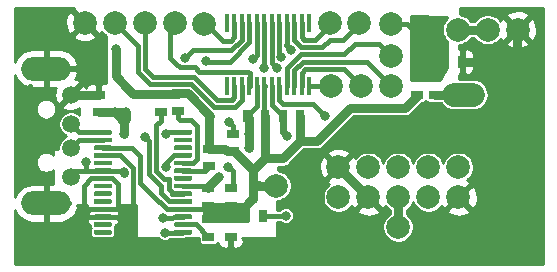
<source format=gbr>
G04 #@! TF.GenerationSoftware,KiCad,Pcbnew,(5.1.5-0-10_14)*
G04 #@! TF.CreationDate,2021-12-27T21:36:10+00:00*
G04 #@! TF.ProjectId,receiver,72656365-6976-4657-922e-6b696361645f,rev?*
G04 #@! TF.SameCoordinates,Original*
G04 #@! TF.FileFunction,Copper,L1,Top*
G04 #@! TF.FilePolarity,Positive*
%FSLAX46Y46*%
G04 Gerber Fmt 4.6, Leading zero omitted, Abs format (unit mm)*
G04 Created by KiCad (PCBNEW (5.1.5-0-10_14)) date 2021-12-27 21:36:10*
%MOMM*%
%LPD*%
G04 APERTURE LIST*
%ADD10R,1.000000X0.700000*%
%ADD11C,2.000000*%
%ADD12R,0.400000X1.600000*%
%ADD13R,0.700000X1.000000*%
%ADD14O,4.200000X2.000000*%
%ADD15C,1.500000*%
%ADD16C,0.100000*%
%ADD17C,0.800000*%
%ADD18C,0.400000*%
%ADD19C,0.800000*%
%ADD20C,0.600000*%
%ADD21C,0.250000*%
%ADD22C,2.000000*%
%ADD23C,0.500000*%
%ADD24C,0.254000*%
G04 APERTURE END LIST*
D10*
X44000000Y-175410000D03*
X44000000Y-176910000D03*
D11*
X67710000Y-181660000D03*
X67710000Y-184200000D03*
X65170000Y-181660000D03*
X65170000Y-184200000D03*
X62630000Y-181660000D03*
X62630000Y-184200000D03*
X60090000Y-181660000D03*
X60090000Y-184200000D03*
X57550000Y-181660000D03*
X57550000Y-184200000D03*
D12*
X48100000Y-169452000D03*
X48735000Y-169452000D03*
X49370000Y-169452000D03*
X50005000Y-169452000D03*
X50640000Y-169452000D03*
X51275000Y-169452000D03*
X51910000Y-169452000D03*
X52545000Y-169452000D03*
X53180000Y-169452000D03*
X53815000Y-169452000D03*
X54450000Y-169452000D03*
X55100000Y-169452000D03*
X55085000Y-174752000D03*
X54450000Y-174752000D03*
X53815000Y-174752000D03*
X53180000Y-174752000D03*
X52545000Y-174752000D03*
X51910000Y-174752000D03*
X51275000Y-174752000D03*
X50640000Y-174752000D03*
X50005000Y-174752000D03*
X49370000Y-174752000D03*
X48735000Y-174752000D03*
X48100000Y-174752000D03*
D11*
X61976000Y-172212000D03*
X61976000Y-174752000D03*
X61976000Y-169500000D03*
D13*
X68048000Y-172720000D03*
X66548000Y-172720000D03*
D11*
X36068000Y-169418000D03*
X52260000Y-183210000D03*
X62610000Y-186710000D03*
X56896000Y-174752000D03*
X59436000Y-174752000D03*
X56850000Y-169440000D03*
X59330000Y-169450000D03*
X46170000Y-169490000D03*
X41148000Y-169418000D03*
X38608000Y-169418000D03*
X43688000Y-169418000D03*
D13*
X54332000Y-177292000D03*
X52832000Y-177292000D03*
D10*
X64190000Y-175540000D03*
X64190000Y-174040000D03*
X65720000Y-175510000D03*
X65720000Y-174010000D03*
D11*
X65100000Y-170000000D03*
X67640000Y-170000000D03*
X70180000Y-170000000D03*
X72720000Y-170000000D03*
D10*
X42490000Y-175450000D03*
X42490000Y-176950000D03*
X46630000Y-180080000D03*
X46630000Y-181580000D03*
X46550000Y-186060000D03*
X46550000Y-187560000D03*
D13*
X49690000Y-185810000D03*
X51190000Y-185810000D03*
D10*
X48450000Y-184950000D03*
X48450000Y-183450000D03*
X48600000Y-178800000D03*
X48600000Y-180300000D03*
X48420000Y-187550000D03*
X48420000Y-186050000D03*
X46550000Y-183450000D03*
X46550000Y-184950000D03*
D13*
X49808000Y-177292000D03*
X51308000Y-177292000D03*
D10*
X37250000Y-175500000D03*
X37250000Y-177000000D03*
D14*
X32800000Y-184700000D03*
X32800000Y-173300000D03*
D15*
X34900000Y-175500000D03*
X34900000Y-178000000D03*
X34900000Y-180000000D03*
X34900000Y-182500000D03*
G04 #@! TA.AperFunction,SMDPad,CuDef*
D16*
G36*
X38259802Y-186950482D02*
G01*
X38269509Y-186951921D01*
X38279028Y-186954306D01*
X38288268Y-186957612D01*
X38297140Y-186961808D01*
X38305557Y-186966853D01*
X38313439Y-186972699D01*
X38320711Y-186979289D01*
X38327301Y-186986561D01*
X38333147Y-186994443D01*
X38338192Y-187002860D01*
X38342388Y-187011732D01*
X38345694Y-187020972D01*
X38348079Y-187030491D01*
X38349518Y-187040198D01*
X38350000Y-187050000D01*
X38350000Y-187250000D01*
X38349518Y-187259802D01*
X38348079Y-187269509D01*
X38345694Y-187279028D01*
X38342388Y-187288268D01*
X38338192Y-187297140D01*
X38333147Y-187305557D01*
X38327301Y-187313439D01*
X38320711Y-187320711D01*
X38313439Y-187327301D01*
X38305557Y-187333147D01*
X38297140Y-187338192D01*
X38288268Y-187342388D01*
X38279028Y-187345694D01*
X38269509Y-187348079D01*
X38259802Y-187349518D01*
X38250000Y-187350000D01*
X36950000Y-187350000D01*
X36940198Y-187349518D01*
X36930491Y-187348079D01*
X36920972Y-187345694D01*
X36911732Y-187342388D01*
X36902860Y-187338192D01*
X36894443Y-187333147D01*
X36886561Y-187327301D01*
X36879289Y-187320711D01*
X36872699Y-187313439D01*
X36866853Y-187305557D01*
X36861808Y-187297140D01*
X36857612Y-187288268D01*
X36854306Y-187279028D01*
X36851921Y-187269509D01*
X36850482Y-187259802D01*
X36850000Y-187250000D01*
X36850000Y-187050000D01*
X36850482Y-187040198D01*
X36851921Y-187030491D01*
X36854306Y-187020972D01*
X36857612Y-187011732D01*
X36861808Y-187002860D01*
X36866853Y-186994443D01*
X36872699Y-186986561D01*
X36879289Y-186979289D01*
X36886561Y-186972699D01*
X36894443Y-186966853D01*
X36902860Y-186961808D01*
X36911732Y-186957612D01*
X36920972Y-186954306D01*
X36930491Y-186951921D01*
X36940198Y-186950482D01*
X36950000Y-186950000D01*
X38250000Y-186950000D01*
X38259802Y-186950482D01*
G37*
G04 #@! TD.AperFunction*
G04 #@! TA.AperFunction,SMDPad,CuDef*
G36*
X38259802Y-186300482D02*
G01*
X38269509Y-186301921D01*
X38279028Y-186304306D01*
X38288268Y-186307612D01*
X38297140Y-186311808D01*
X38305557Y-186316853D01*
X38313439Y-186322699D01*
X38320711Y-186329289D01*
X38327301Y-186336561D01*
X38333147Y-186344443D01*
X38338192Y-186352860D01*
X38342388Y-186361732D01*
X38345694Y-186370972D01*
X38348079Y-186380491D01*
X38349518Y-186390198D01*
X38350000Y-186400000D01*
X38350000Y-186600000D01*
X38349518Y-186609802D01*
X38348079Y-186619509D01*
X38345694Y-186629028D01*
X38342388Y-186638268D01*
X38338192Y-186647140D01*
X38333147Y-186655557D01*
X38327301Y-186663439D01*
X38320711Y-186670711D01*
X38313439Y-186677301D01*
X38305557Y-186683147D01*
X38297140Y-186688192D01*
X38288268Y-186692388D01*
X38279028Y-186695694D01*
X38269509Y-186698079D01*
X38259802Y-186699518D01*
X38250000Y-186700000D01*
X36950000Y-186700000D01*
X36940198Y-186699518D01*
X36930491Y-186698079D01*
X36920972Y-186695694D01*
X36911732Y-186692388D01*
X36902860Y-186688192D01*
X36894443Y-186683147D01*
X36886561Y-186677301D01*
X36879289Y-186670711D01*
X36872699Y-186663439D01*
X36866853Y-186655557D01*
X36861808Y-186647140D01*
X36857612Y-186638268D01*
X36854306Y-186629028D01*
X36851921Y-186619509D01*
X36850482Y-186609802D01*
X36850000Y-186600000D01*
X36850000Y-186400000D01*
X36850482Y-186390198D01*
X36851921Y-186380491D01*
X36854306Y-186370972D01*
X36857612Y-186361732D01*
X36861808Y-186352860D01*
X36866853Y-186344443D01*
X36872699Y-186336561D01*
X36879289Y-186329289D01*
X36886561Y-186322699D01*
X36894443Y-186316853D01*
X36902860Y-186311808D01*
X36911732Y-186307612D01*
X36920972Y-186304306D01*
X36930491Y-186301921D01*
X36940198Y-186300482D01*
X36950000Y-186300000D01*
X38250000Y-186300000D01*
X38259802Y-186300482D01*
G37*
G04 #@! TD.AperFunction*
G04 #@! TA.AperFunction,SMDPad,CuDef*
G36*
X38259802Y-185650482D02*
G01*
X38269509Y-185651921D01*
X38279028Y-185654306D01*
X38288268Y-185657612D01*
X38297140Y-185661808D01*
X38305557Y-185666853D01*
X38313439Y-185672699D01*
X38320711Y-185679289D01*
X38327301Y-185686561D01*
X38333147Y-185694443D01*
X38338192Y-185702860D01*
X38342388Y-185711732D01*
X38345694Y-185720972D01*
X38348079Y-185730491D01*
X38349518Y-185740198D01*
X38350000Y-185750000D01*
X38350000Y-185950000D01*
X38349518Y-185959802D01*
X38348079Y-185969509D01*
X38345694Y-185979028D01*
X38342388Y-185988268D01*
X38338192Y-185997140D01*
X38333147Y-186005557D01*
X38327301Y-186013439D01*
X38320711Y-186020711D01*
X38313439Y-186027301D01*
X38305557Y-186033147D01*
X38297140Y-186038192D01*
X38288268Y-186042388D01*
X38279028Y-186045694D01*
X38269509Y-186048079D01*
X38259802Y-186049518D01*
X38250000Y-186050000D01*
X36950000Y-186050000D01*
X36940198Y-186049518D01*
X36930491Y-186048079D01*
X36920972Y-186045694D01*
X36911732Y-186042388D01*
X36902860Y-186038192D01*
X36894443Y-186033147D01*
X36886561Y-186027301D01*
X36879289Y-186020711D01*
X36872699Y-186013439D01*
X36866853Y-186005557D01*
X36861808Y-185997140D01*
X36857612Y-185988268D01*
X36854306Y-185979028D01*
X36851921Y-185969509D01*
X36850482Y-185959802D01*
X36850000Y-185950000D01*
X36850000Y-185750000D01*
X36850482Y-185740198D01*
X36851921Y-185730491D01*
X36854306Y-185720972D01*
X36857612Y-185711732D01*
X36861808Y-185702860D01*
X36866853Y-185694443D01*
X36872699Y-185686561D01*
X36879289Y-185679289D01*
X36886561Y-185672699D01*
X36894443Y-185666853D01*
X36902860Y-185661808D01*
X36911732Y-185657612D01*
X36920972Y-185654306D01*
X36930491Y-185651921D01*
X36940198Y-185650482D01*
X36950000Y-185650000D01*
X38250000Y-185650000D01*
X38259802Y-185650482D01*
G37*
G04 #@! TD.AperFunction*
G04 #@! TA.AperFunction,SMDPad,CuDef*
G36*
X38259802Y-185000482D02*
G01*
X38269509Y-185001921D01*
X38279028Y-185004306D01*
X38288268Y-185007612D01*
X38297140Y-185011808D01*
X38305557Y-185016853D01*
X38313439Y-185022699D01*
X38320711Y-185029289D01*
X38327301Y-185036561D01*
X38333147Y-185044443D01*
X38338192Y-185052860D01*
X38342388Y-185061732D01*
X38345694Y-185070972D01*
X38348079Y-185080491D01*
X38349518Y-185090198D01*
X38350000Y-185100000D01*
X38350000Y-185300000D01*
X38349518Y-185309802D01*
X38348079Y-185319509D01*
X38345694Y-185329028D01*
X38342388Y-185338268D01*
X38338192Y-185347140D01*
X38333147Y-185355557D01*
X38327301Y-185363439D01*
X38320711Y-185370711D01*
X38313439Y-185377301D01*
X38305557Y-185383147D01*
X38297140Y-185388192D01*
X38288268Y-185392388D01*
X38279028Y-185395694D01*
X38269509Y-185398079D01*
X38259802Y-185399518D01*
X38250000Y-185400000D01*
X36950000Y-185400000D01*
X36940198Y-185399518D01*
X36930491Y-185398079D01*
X36920972Y-185395694D01*
X36911732Y-185392388D01*
X36902860Y-185388192D01*
X36894443Y-185383147D01*
X36886561Y-185377301D01*
X36879289Y-185370711D01*
X36872699Y-185363439D01*
X36866853Y-185355557D01*
X36861808Y-185347140D01*
X36857612Y-185338268D01*
X36854306Y-185329028D01*
X36851921Y-185319509D01*
X36850482Y-185309802D01*
X36850000Y-185300000D01*
X36850000Y-185100000D01*
X36850482Y-185090198D01*
X36851921Y-185080491D01*
X36854306Y-185070972D01*
X36857612Y-185061732D01*
X36861808Y-185052860D01*
X36866853Y-185044443D01*
X36872699Y-185036561D01*
X36879289Y-185029289D01*
X36886561Y-185022699D01*
X36894443Y-185016853D01*
X36902860Y-185011808D01*
X36911732Y-185007612D01*
X36920972Y-185004306D01*
X36930491Y-185001921D01*
X36940198Y-185000482D01*
X36950000Y-185000000D01*
X38250000Y-185000000D01*
X38259802Y-185000482D01*
G37*
G04 #@! TD.AperFunction*
G04 #@! TA.AperFunction,SMDPad,CuDef*
G36*
X38259802Y-184350482D02*
G01*
X38269509Y-184351921D01*
X38279028Y-184354306D01*
X38288268Y-184357612D01*
X38297140Y-184361808D01*
X38305557Y-184366853D01*
X38313439Y-184372699D01*
X38320711Y-184379289D01*
X38327301Y-184386561D01*
X38333147Y-184394443D01*
X38338192Y-184402860D01*
X38342388Y-184411732D01*
X38345694Y-184420972D01*
X38348079Y-184430491D01*
X38349518Y-184440198D01*
X38350000Y-184450000D01*
X38350000Y-184650000D01*
X38349518Y-184659802D01*
X38348079Y-184669509D01*
X38345694Y-184679028D01*
X38342388Y-184688268D01*
X38338192Y-184697140D01*
X38333147Y-184705557D01*
X38327301Y-184713439D01*
X38320711Y-184720711D01*
X38313439Y-184727301D01*
X38305557Y-184733147D01*
X38297140Y-184738192D01*
X38288268Y-184742388D01*
X38279028Y-184745694D01*
X38269509Y-184748079D01*
X38259802Y-184749518D01*
X38250000Y-184750000D01*
X36950000Y-184750000D01*
X36940198Y-184749518D01*
X36930491Y-184748079D01*
X36920972Y-184745694D01*
X36911732Y-184742388D01*
X36902860Y-184738192D01*
X36894443Y-184733147D01*
X36886561Y-184727301D01*
X36879289Y-184720711D01*
X36872699Y-184713439D01*
X36866853Y-184705557D01*
X36861808Y-184697140D01*
X36857612Y-184688268D01*
X36854306Y-184679028D01*
X36851921Y-184669509D01*
X36850482Y-184659802D01*
X36850000Y-184650000D01*
X36850000Y-184450000D01*
X36850482Y-184440198D01*
X36851921Y-184430491D01*
X36854306Y-184420972D01*
X36857612Y-184411732D01*
X36861808Y-184402860D01*
X36866853Y-184394443D01*
X36872699Y-184386561D01*
X36879289Y-184379289D01*
X36886561Y-184372699D01*
X36894443Y-184366853D01*
X36902860Y-184361808D01*
X36911732Y-184357612D01*
X36920972Y-184354306D01*
X36930491Y-184351921D01*
X36940198Y-184350482D01*
X36950000Y-184350000D01*
X38250000Y-184350000D01*
X38259802Y-184350482D01*
G37*
G04 #@! TD.AperFunction*
G04 #@! TA.AperFunction,SMDPad,CuDef*
G36*
X38259802Y-183700482D02*
G01*
X38269509Y-183701921D01*
X38279028Y-183704306D01*
X38288268Y-183707612D01*
X38297140Y-183711808D01*
X38305557Y-183716853D01*
X38313439Y-183722699D01*
X38320711Y-183729289D01*
X38327301Y-183736561D01*
X38333147Y-183744443D01*
X38338192Y-183752860D01*
X38342388Y-183761732D01*
X38345694Y-183770972D01*
X38348079Y-183780491D01*
X38349518Y-183790198D01*
X38350000Y-183800000D01*
X38350000Y-184000000D01*
X38349518Y-184009802D01*
X38348079Y-184019509D01*
X38345694Y-184029028D01*
X38342388Y-184038268D01*
X38338192Y-184047140D01*
X38333147Y-184055557D01*
X38327301Y-184063439D01*
X38320711Y-184070711D01*
X38313439Y-184077301D01*
X38305557Y-184083147D01*
X38297140Y-184088192D01*
X38288268Y-184092388D01*
X38279028Y-184095694D01*
X38269509Y-184098079D01*
X38259802Y-184099518D01*
X38250000Y-184100000D01*
X36950000Y-184100000D01*
X36940198Y-184099518D01*
X36930491Y-184098079D01*
X36920972Y-184095694D01*
X36911732Y-184092388D01*
X36902860Y-184088192D01*
X36894443Y-184083147D01*
X36886561Y-184077301D01*
X36879289Y-184070711D01*
X36872699Y-184063439D01*
X36866853Y-184055557D01*
X36861808Y-184047140D01*
X36857612Y-184038268D01*
X36854306Y-184029028D01*
X36851921Y-184019509D01*
X36850482Y-184009802D01*
X36850000Y-184000000D01*
X36850000Y-183800000D01*
X36850482Y-183790198D01*
X36851921Y-183780491D01*
X36854306Y-183770972D01*
X36857612Y-183761732D01*
X36861808Y-183752860D01*
X36866853Y-183744443D01*
X36872699Y-183736561D01*
X36879289Y-183729289D01*
X36886561Y-183722699D01*
X36894443Y-183716853D01*
X36902860Y-183711808D01*
X36911732Y-183707612D01*
X36920972Y-183704306D01*
X36930491Y-183701921D01*
X36940198Y-183700482D01*
X36950000Y-183700000D01*
X38250000Y-183700000D01*
X38259802Y-183700482D01*
G37*
G04 #@! TD.AperFunction*
G04 #@! TA.AperFunction,SMDPad,CuDef*
G36*
X38259802Y-183050482D02*
G01*
X38269509Y-183051921D01*
X38279028Y-183054306D01*
X38288268Y-183057612D01*
X38297140Y-183061808D01*
X38305557Y-183066853D01*
X38313439Y-183072699D01*
X38320711Y-183079289D01*
X38327301Y-183086561D01*
X38333147Y-183094443D01*
X38338192Y-183102860D01*
X38342388Y-183111732D01*
X38345694Y-183120972D01*
X38348079Y-183130491D01*
X38349518Y-183140198D01*
X38350000Y-183150000D01*
X38350000Y-183350000D01*
X38349518Y-183359802D01*
X38348079Y-183369509D01*
X38345694Y-183379028D01*
X38342388Y-183388268D01*
X38338192Y-183397140D01*
X38333147Y-183405557D01*
X38327301Y-183413439D01*
X38320711Y-183420711D01*
X38313439Y-183427301D01*
X38305557Y-183433147D01*
X38297140Y-183438192D01*
X38288268Y-183442388D01*
X38279028Y-183445694D01*
X38269509Y-183448079D01*
X38259802Y-183449518D01*
X38250000Y-183450000D01*
X36950000Y-183450000D01*
X36940198Y-183449518D01*
X36930491Y-183448079D01*
X36920972Y-183445694D01*
X36911732Y-183442388D01*
X36902860Y-183438192D01*
X36894443Y-183433147D01*
X36886561Y-183427301D01*
X36879289Y-183420711D01*
X36872699Y-183413439D01*
X36866853Y-183405557D01*
X36861808Y-183397140D01*
X36857612Y-183388268D01*
X36854306Y-183379028D01*
X36851921Y-183369509D01*
X36850482Y-183359802D01*
X36850000Y-183350000D01*
X36850000Y-183150000D01*
X36850482Y-183140198D01*
X36851921Y-183130491D01*
X36854306Y-183120972D01*
X36857612Y-183111732D01*
X36861808Y-183102860D01*
X36866853Y-183094443D01*
X36872699Y-183086561D01*
X36879289Y-183079289D01*
X36886561Y-183072699D01*
X36894443Y-183066853D01*
X36902860Y-183061808D01*
X36911732Y-183057612D01*
X36920972Y-183054306D01*
X36930491Y-183051921D01*
X36940198Y-183050482D01*
X36950000Y-183050000D01*
X38250000Y-183050000D01*
X38259802Y-183050482D01*
G37*
G04 #@! TD.AperFunction*
G04 #@! TA.AperFunction,SMDPad,CuDef*
G36*
X38259802Y-182400482D02*
G01*
X38269509Y-182401921D01*
X38279028Y-182404306D01*
X38288268Y-182407612D01*
X38297140Y-182411808D01*
X38305557Y-182416853D01*
X38313439Y-182422699D01*
X38320711Y-182429289D01*
X38327301Y-182436561D01*
X38333147Y-182444443D01*
X38338192Y-182452860D01*
X38342388Y-182461732D01*
X38345694Y-182470972D01*
X38348079Y-182480491D01*
X38349518Y-182490198D01*
X38350000Y-182500000D01*
X38350000Y-182700000D01*
X38349518Y-182709802D01*
X38348079Y-182719509D01*
X38345694Y-182729028D01*
X38342388Y-182738268D01*
X38338192Y-182747140D01*
X38333147Y-182755557D01*
X38327301Y-182763439D01*
X38320711Y-182770711D01*
X38313439Y-182777301D01*
X38305557Y-182783147D01*
X38297140Y-182788192D01*
X38288268Y-182792388D01*
X38279028Y-182795694D01*
X38269509Y-182798079D01*
X38259802Y-182799518D01*
X38250000Y-182800000D01*
X36950000Y-182800000D01*
X36940198Y-182799518D01*
X36930491Y-182798079D01*
X36920972Y-182795694D01*
X36911732Y-182792388D01*
X36902860Y-182788192D01*
X36894443Y-182783147D01*
X36886561Y-182777301D01*
X36879289Y-182770711D01*
X36872699Y-182763439D01*
X36866853Y-182755557D01*
X36861808Y-182747140D01*
X36857612Y-182738268D01*
X36854306Y-182729028D01*
X36851921Y-182719509D01*
X36850482Y-182709802D01*
X36850000Y-182700000D01*
X36850000Y-182500000D01*
X36850482Y-182490198D01*
X36851921Y-182480491D01*
X36854306Y-182470972D01*
X36857612Y-182461732D01*
X36861808Y-182452860D01*
X36866853Y-182444443D01*
X36872699Y-182436561D01*
X36879289Y-182429289D01*
X36886561Y-182422699D01*
X36894443Y-182416853D01*
X36902860Y-182411808D01*
X36911732Y-182407612D01*
X36920972Y-182404306D01*
X36930491Y-182401921D01*
X36940198Y-182400482D01*
X36950000Y-182400000D01*
X38250000Y-182400000D01*
X38259802Y-182400482D01*
G37*
G04 #@! TD.AperFunction*
G04 #@! TA.AperFunction,SMDPad,CuDef*
G36*
X38259802Y-181750482D02*
G01*
X38269509Y-181751921D01*
X38279028Y-181754306D01*
X38288268Y-181757612D01*
X38297140Y-181761808D01*
X38305557Y-181766853D01*
X38313439Y-181772699D01*
X38320711Y-181779289D01*
X38327301Y-181786561D01*
X38333147Y-181794443D01*
X38338192Y-181802860D01*
X38342388Y-181811732D01*
X38345694Y-181820972D01*
X38348079Y-181830491D01*
X38349518Y-181840198D01*
X38350000Y-181850000D01*
X38350000Y-182050000D01*
X38349518Y-182059802D01*
X38348079Y-182069509D01*
X38345694Y-182079028D01*
X38342388Y-182088268D01*
X38338192Y-182097140D01*
X38333147Y-182105557D01*
X38327301Y-182113439D01*
X38320711Y-182120711D01*
X38313439Y-182127301D01*
X38305557Y-182133147D01*
X38297140Y-182138192D01*
X38288268Y-182142388D01*
X38279028Y-182145694D01*
X38269509Y-182148079D01*
X38259802Y-182149518D01*
X38250000Y-182150000D01*
X36950000Y-182150000D01*
X36940198Y-182149518D01*
X36930491Y-182148079D01*
X36920972Y-182145694D01*
X36911732Y-182142388D01*
X36902860Y-182138192D01*
X36894443Y-182133147D01*
X36886561Y-182127301D01*
X36879289Y-182120711D01*
X36872699Y-182113439D01*
X36866853Y-182105557D01*
X36861808Y-182097140D01*
X36857612Y-182088268D01*
X36854306Y-182079028D01*
X36851921Y-182069509D01*
X36850482Y-182059802D01*
X36850000Y-182050000D01*
X36850000Y-181850000D01*
X36850482Y-181840198D01*
X36851921Y-181830491D01*
X36854306Y-181820972D01*
X36857612Y-181811732D01*
X36861808Y-181802860D01*
X36866853Y-181794443D01*
X36872699Y-181786561D01*
X36879289Y-181779289D01*
X36886561Y-181772699D01*
X36894443Y-181766853D01*
X36902860Y-181761808D01*
X36911732Y-181757612D01*
X36920972Y-181754306D01*
X36930491Y-181751921D01*
X36940198Y-181750482D01*
X36950000Y-181750000D01*
X38250000Y-181750000D01*
X38259802Y-181750482D01*
G37*
G04 #@! TD.AperFunction*
G04 #@! TA.AperFunction,SMDPad,CuDef*
G36*
X38259802Y-181100482D02*
G01*
X38269509Y-181101921D01*
X38279028Y-181104306D01*
X38288268Y-181107612D01*
X38297140Y-181111808D01*
X38305557Y-181116853D01*
X38313439Y-181122699D01*
X38320711Y-181129289D01*
X38327301Y-181136561D01*
X38333147Y-181144443D01*
X38338192Y-181152860D01*
X38342388Y-181161732D01*
X38345694Y-181170972D01*
X38348079Y-181180491D01*
X38349518Y-181190198D01*
X38350000Y-181200000D01*
X38350000Y-181400000D01*
X38349518Y-181409802D01*
X38348079Y-181419509D01*
X38345694Y-181429028D01*
X38342388Y-181438268D01*
X38338192Y-181447140D01*
X38333147Y-181455557D01*
X38327301Y-181463439D01*
X38320711Y-181470711D01*
X38313439Y-181477301D01*
X38305557Y-181483147D01*
X38297140Y-181488192D01*
X38288268Y-181492388D01*
X38279028Y-181495694D01*
X38269509Y-181498079D01*
X38259802Y-181499518D01*
X38250000Y-181500000D01*
X36950000Y-181500000D01*
X36940198Y-181499518D01*
X36930491Y-181498079D01*
X36920972Y-181495694D01*
X36911732Y-181492388D01*
X36902860Y-181488192D01*
X36894443Y-181483147D01*
X36886561Y-181477301D01*
X36879289Y-181470711D01*
X36872699Y-181463439D01*
X36866853Y-181455557D01*
X36861808Y-181447140D01*
X36857612Y-181438268D01*
X36854306Y-181429028D01*
X36851921Y-181419509D01*
X36850482Y-181409802D01*
X36850000Y-181400000D01*
X36850000Y-181200000D01*
X36850482Y-181190198D01*
X36851921Y-181180491D01*
X36854306Y-181170972D01*
X36857612Y-181161732D01*
X36861808Y-181152860D01*
X36866853Y-181144443D01*
X36872699Y-181136561D01*
X36879289Y-181129289D01*
X36886561Y-181122699D01*
X36894443Y-181116853D01*
X36902860Y-181111808D01*
X36911732Y-181107612D01*
X36920972Y-181104306D01*
X36930491Y-181101921D01*
X36940198Y-181100482D01*
X36950000Y-181100000D01*
X38250000Y-181100000D01*
X38259802Y-181100482D01*
G37*
G04 #@! TD.AperFunction*
G04 #@! TA.AperFunction,SMDPad,CuDef*
G36*
X38259802Y-180450482D02*
G01*
X38269509Y-180451921D01*
X38279028Y-180454306D01*
X38288268Y-180457612D01*
X38297140Y-180461808D01*
X38305557Y-180466853D01*
X38313439Y-180472699D01*
X38320711Y-180479289D01*
X38327301Y-180486561D01*
X38333147Y-180494443D01*
X38338192Y-180502860D01*
X38342388Y-180511732D01*
X38345694Y-180520972D01*
X38348079Y-180530491D01*
X38349518Y-180540198D01*
X38350000Y-180550000D01*
X38350000Y-180750000D01*
X38349518Y-180759802D01*
X38348079Y-180769509D01*
X38345694Y-180779028D01*
X38342388Y-180788268D01*
X38338192Y-180797140D01*
X38333147Y-180805557D01*
X38327301Y-180813439D01*
X38320711Y-180820711D01*
X38313439Y-180827301D01*
X38305557Y-180833147D01*
X38297140Y-180838192D01*
X38288268Y-180842388D01*
X38279028Y-180845694D01*
X38269509Y-180848079D01*
X38259802Y-180849518D01*
X38250000Y-180850000D01*
X36950000Y-180850000D01*
X36940198Y-180849518D01*
X36930491Y-180848079D01*
X36920972Y-180845694D01*
X36911732Y-180842388D01*
X36902860Y-180838192D01*
X36894443Y-180833147D01*
X36886561Y-180827301D01*
X36879289Y-180820711D01*
X36872699Y-180813439D01*
X36866853Y-180805557D01*
X36861808Y-180797140D01*
X36857612Y-180788268D01*
X36854306Y-180779028D01*
X36851921Y-180769509D01*
X36850482Y-180759802D01*
X36850000Y-180750000D01*
X36850000Y-180550000D01*
X36850482Y-180540198D01*
X36851921Y-180530491D01*
X36854306Y-180520972D01*
X36857612Y-180511732D01*
X36861808Y-180502860D01*
X36866853Y-180494443D01*
X36872699Y-180486561D01*
X36879289Y-180479289D01*
X36886561Y-180472699D01*
X36894443Y-180466853D01*
X36902860Y-180461808D01*
X36911732Y-180457612D01*
X36920972Y-180454306D01*
X36930491Y-180451921D01*
X36940198Y-180450482D01*
X36950000Y-180450000D01*
X38250000Y-180450000D01*
X38259802Y-180450482D01*
G37*
G04 #@! TD.AperFunction*
G04 #@! TA.AperFunction,SMDPad,CuDef*
G36*
X38259802Y-179800482D02*
G01*
X38269509Y-179801921D01*
X38279028Y-179804306D01*
X38288268Y-179807612D01*
X38297140Y-179811808D01*
X38305557Y-179816853D01*
X38313439Y-179822699D01*
X38320711Y-179829289D01*
X38327301Y-179836561D01*
X38333147Y-179844443D01*
X38338192Y-179852860D01*
X38342388Y-179861732D01*
X38345694Y-179870972D01*
X38348079Y-179880491D01*
X38349518Y-179890198D01*
X38350000Y-179900000D01*
X38350000Y-180100000D01*
X38349518Y-180109802D01*
X38348079Y-180119509D01*
X38345694Y-180129028D01*
X38342388Y-180138268D01*
X38338192Y-180147140D01*
X38333147Y-180155557D01*
X38327301Y-180163439D01*
X38320711Y-180170711D01*
X38313439Y-180177301D01*
X38305557Y-180183147D01*
X38297140Y-180188192D01*
X38288268Y-180192388D01*
X38279028Y-180195694D01*
X38269509Y-180198079D01*
X38259802Y-180199518D01*
X38250000Y-180200000D01*
X36950000Y-180200000D01*
X36940198Y-180199518D01*
X36930491Y-180198079D01*
X36920972Y-180195694D01*
X36911732Y-180192388D01*
X36902860Y-180188192D01*
X36894443Y-180183147D01*
X36886561Y-180177301D01*
X36879289Y-180170711D01*
X36872699Y-180163439D01*
X36866853Y-180155557D01*
X36861808Y-180147140D01*
X36857612Y-180138268D01*
X36854306Y-180129028D01*
X36851921Y-180119509D01*
X36850482Y-180109802D01*
X36850000Y-180100000D01*
X36850000Y-179900000D01*
X36850482Y-179890198D01*
X36851921Y-179880491D01*
X36854306Y-179870972D01*
X36857612Y-179861732D01*
X36861808Y-179852860D01*
X36866853Y-179844443D01*
X36872699Y-179836561D01*
X36879289Y-179829289D01*
X36886561Y-179822699D01*
X36894443Y-179816853D01*
X36902860Y-179811808D01*
X36911732Y-179807612D01*
X36920972Y-179804306D01*
X36930491Y-179801921D01*
X36940198Y-179800482D01*
X36950000Y-179800000D01*
X38250000Y-179800000D01*
X38259802Y-179800482D01*
G37*
G04 #@! TD.AperFunction*
G04 #@! TA.AperFunction,SMDPad,CuDef*
G36*
X38259802Y-179150482D02*
G01*
X38269509Y-179151921D01*
X38279028Y-179154306D01*
X38288268Y-179157612D01*
X38297140Y-179161808D01*
X38305557Y-179166853D01*
X38313439Y-179172699D01*
X38320711Y-179179289D01*
X38327301Y-179186561D01*
X38333147Y-179194443D01*
X38338192Y-179202860D01*
X38342388Y-179211732D01*
X38345694Y-179220972D01*
X38348079Y-179230491D01*
X38349518Y-179240198D01*
X38350000Y-179250000D01*
X38350000Y-179450000D01*
X38349518Y-179459802D01*
X38348079Y-179469509D01*
X38345694Y-179479028D01*
X38342388Y-179488268D01*
X38338192Y-179497140D01*
X38333147Y-179505557D01*
X38327301Y-179513439D01*
X38320711Y-179520711D01*
X38313439Y-179527301D01*
X38305557Y-179533147D01*
X38297140Y-179538192D01*
X38288268Y-179542388D01*
X38279028Y-179545694D01*
X38269509Y-179548079D01*
X38259802Y-179549518D01*
X38250000Y-179550000D01*
X36950000Y-179550000D01*
X36940198Y-179549518D01*
X36930491Y-179548079D01*
X36920972Y-179545694D01*
X36911732Y-179542388D01*
X36902860Y-179538192D01*
X36894443Y-179533147D01*
X36886561Y-179527301D01*
X36879289Y-179520711D01*
X36872699Y-179513439D01*
X36866853Y-179505557D01*
X36861808Y-179497140D01*
X36857612Y-179488268D01*
X36854306Y-179479028D01*
X36851921Y-179469509D01*
X36850482Y-179459802D01*
X36850000Y-179450000D01*
X36850000Y-179250000D01*
X36850482Y-179240198D01*
X36851921Y-179230491D01*
X36854306Y-179220972D01*
X36857612Y-179211732D01*
X36861808Y-179202860D01*
X36866853Y-179194443D01*
X36872699Y-179186561D01*
X36879289Y-179179289D01*
X36886561Y-179172699D01*
X36894443Y-179166853D01*
X36902860Y-179161808D01*
X36911732Y-179157612D01*
X36920972Y-179154306D01*
X36930491Y-179151921D01*
X36940198Y-179150482D01*
X36950000Y-179150000D01*
X38250000Y-179150000D01*
X38259802Y-179150482D01*
G37*
G04 #@! TD.AperFunction*
G04 #@! TA.AperFunction,SMDPad,CuDef*
G36*
X38259802Y-178500482D02*
G01*
X38269509Y-178501921D01*
X38279028Y-178504306D01*
X38288268Y-178507612D01*
X38297140Y-178511808D01*
X38305557Y-178516853D01*
X38313439Y-178522699D01*
X38320711Y-178529289D01*
X38327301Y-178536561D01*
X38333147Y-178544443D01*
X38338192Y-178552860D01*
X38342388Y-178561732D01*
X38345694Y-178570972D01*
X38348079Y-178580491D01*
X38349518Y-178590198D01*
X38350000Y-178600000D01*
X38350000Y-178800000D01*
X38349518Y-178809802D01*
X38348079Y-178819509D01*
X38345694Y-178829028D01*
X38342388Y-178838268D01*
X38338192Y-178847140D01*
X38333147Y-178855557D01*
X38327301Y-178863439D01*
X38320711Y-178870711D01*
X38313439Y-178877301D01*
X38305557Y-178883147D01*
X38297140Y-178888192D01*
X38288268Y-178892388D01*
X38279028Y-178895694D01*
X38269509Y-178898079D01*
X38259802Y-178899518D01*
X38250000Y-178900000D01*
X36950000Y-178900000D01*
X36940198Y-178899518D01*
X36930491Y-178898079D01*
X36920972Y-178895694D01*
X36911732Y-178892388D01*
X36902860Y-178888192D01*
X36894443Y-178883147D01*
X36886561Y-178877301D01*
X36879289Y-178870711D01*
X36872699Y-178863439D01*
X36866853Y-178855557D01*
X36861808Y-178847140D01*
X36857612Y-178838268D01*
X36854306Y-178829028D01*
X36851921Y-178819509D01*
X36850482Y-178809802D01*
X36850000Y-178800000D01*
X36850000Y-178600000D01*
X36850482Y-178590198D01*
X36851921Y-178580491D01*
X36854306Y-178570972D01*
X36857612Y-178561732D01*
X36861808Y-178552860D01*
X36866853Y-178544443D01*
X36872699Y-178536561D01*
X36879289Y-178529289D01*
X36886561Y-178522699D01*
X36894443Y-178516853D01*
X36902860Y-178511808D01*
X36911732Y-178507612D01*
X36920972Y-178504306D01*
X36930491Y-178501921D01*
X36940198Y-178500482D01*
X36950000Y-178500000D01*
X38250000Y-178500000D01*
X38259802Y-178500482D01*
G37*
G04 #@! TD.AperFunction*
G04 #@! TA.AperFunction,SMDPad,CuDef*
G36*
X45059802Y-178500482D02*
G01*
X45069509Y-178501921D01*
X45079028Y-178504306D01*
X45088268Y-178507612D01*
X45097140Y-178511808D01*
X45105557Y-178516853D01*
X45113439Y-178522699D01*
X45120711Y-178529289D01*
X45127301Y-178536561D01*
X45133147Y-178544443D01*
X45138192Y-178552860D01*
X45142388Y-178561732D01*
X45145694Y-178570972D01*
X45148079Y-178580491D01*
X45149518Y-178590198D01*
X45150000Y-178600000D01*
X45150000Y-178800000D01*
X45149518Y-178809802D01*
X45148079Y-178819509D01*
X45145694Y-178829028D01*
X45142388Y-178838268D01*
X45138192Y-178847140D01*
X45133147Y-178855557D01*
X45127301Y-178863439D01*
X45120711Y-178870711D01*
X45113439Y-178877301D01*
X45105557Y-178883147D01*
X45097140Y-178888192D01*
X45088268Y-178892388D01*
X45079028Y-178895694D01*
X45069509Y-178898079D01*
X45059802Y-178899518D01*
X45050000Y-178900000D01*
X43750000Y-178900000D01*
X43740198Y-178899518D01*
X43730491Y-178898079D01*
X43720972Y-178895694D01*
X43711732Y-178892388D01*
X43702860Y-178888192D01*
X43694443Y-178883147D01*
X43686561Y-178877301D01*
X43679289Y-178870711D01*
X43672699Y-178863439D01*
X43666853Y-178855557D01*
X43661808Y-178847140D01*
X43657612Y-178838268D01*
X43654306Y-178829028D01*
X43651921Y-178819509D01*
X43650482Y-178809802D01*
X43650000Y-178800000D01*
X43650000Y-178600000D01*
X43650482Y-178590198D01*
X43651921Y-178580491D01*
X43654306Y-178570972D01*
X43657612Y-178561732D01*
X43661808Y-178552860D01*
X43666853Y-178544443D01*
X43672699Y-178536561D01*
X43679289Y-178529289D01*
X43686561Y-178522699D01*
X43694443Y-178516853D01*
X43702860Y-178511808D01*
X43711732Y-178507612D01*
X43720972Y-178504306D01*
X43730491Y-178501921D01*
X43740198Y-178500482D01*
X43750000Y-178500000D01*
X45050000Y-178500000D01*
X45059802Y-178500482D01*
G37*
G04 #@! TD.AperFunction*
G04 #@! TA.AperFunction,SMDPad,CuDef*
G36*
X45059802Y-179150482D02*
G01*
X45069509Y-179151921D01*
X45079028Y-179154306D01*
X45088268Y-179157612D01*
X45097140Y-179161808D01*
X45105557Y-179166853D01*
X45113439Y-179172699D01*
X45120711Y-179179289D01*
X45127301Y-179186561D01*
X45133147Y-179194443D01*
X45138192Y-179202860D01*
X45142388Y-179211732D01*
X45145694Y-179220972D01*
X45148079Y-179230491D01*
X45149518Y-179240198D01*
X45150000Y-179250000D01*
X45150000Y-179450000D01*
X45149518Y-179459802D01*
X45148079Y-179469509D01*
X45145694Y-179479028D01*
X45142388Y-179488268D01*
X45138192Y-179497140D01*
X45133147Y-179505557D01*
X45127301Y-179513439D01*
X45120711Y-179520711D01*
X45113439Y-179527301D01*
X45105557Y-179533147D01*
X45097140Y-179538192D01*
X45088268Y-179542388D01*
X45079028Y-179545694D01*
X45069509Y-179548079D01*
X45059802Y-179549518D01*
X45050000Y-179550000D01*
X43750000Y-179550000D01*
X43740198Y-179549518D01*
X43730491Y-179548079D01*
X43720972Y-179545694D01*
X43711732Y-179542388D01*
X43702860Y-179538192D01*
X43694443Y-179533147D01*
X43686561Y-179527301D01*
X43679289Y-179520711D01*
X43672699Y-179513439D01*
X43666853Y-179505557D01*
X43661808Y-179497140D01*
X43657612Y-179488268D01*
X43654306Y-179479028D01*
X43651921Y-179469509D01*
X43650482Y-179459802D01*
X43650000Y-179450000D01*
X43650000Y-179250000D01*
X43650482Y-179240198D01*
X43651921Y-179230491D01*
X43654306Y-179220972D01*
X43657612Y-179211732D01*
X43661808Y-179202860D01*
X43666853Y-179194443D01*
X43672699Y-179186561D01*
X43679289Y-179179289D01*
X43686561Y-179172699D01*
X43694443Y-179166853D01*
X43702860Y-179161808D01*
X43711732Y-179157612D01*
X43720972Y-179154306D01*
X43730491Y-179151921D01*
X43740198Y-179150482D01*
X43750000Y-179150000D01*
X45050000Y-179150000D01*
X45059802Y-179150482D01*
G37*
G04 #@! TD.AperFunction*
G04 #@! TA.AperFunction,SMDPad,CuDef*
G36*
X45059802Y-179800482D02*
G01*
X45069509Y-179801921D01*
X45079028Y-179804306D01*
X45088268Y-179807612D01*
X45097140Y-179811808D01*
X45105557Y-179816853D01*
X45113439Y-179822699D01*
X45120711Y-179829289D01*
X45127301Y-179836561D01*
X45133147Y-179844443D01*
X45138192Y-179852860D01*
X45142388Y-179861732D01*
X45145694Y-179870972D01*
X45148079Y-179880491D01*
X45149518Y-179890198D01*
X45150000Y-179900000D01*
X45150000Y-180100000D01*
X45149518Y-180109802D01*
X45148079Y-180119509D01*
X45145694Y-180129028D01*
X45142388Y-180138268D01*
X45138192Y-180147140D01*
X45133147Y-180155557D01*
X45127301Y-180163439D01*
X45120711Y-180170711D01*
X45113439Y-180177301D01*
X45105557Y-180183147D01*
X45097140Y-180188192D01*
X45088268Y-180192388D01*
X45079028Y-180195694D01*
X45069509Y-180198079D01*
X45059802Y-180199518D01*
X45050000Y-180200000D01*
X43750000Y-180200000D01*
X43740198Y-180199518D01*
X43730491Y-180198079D01*
X43720972Y-180195694D01*
X43711732Y-180192388D01*
X43702860Y-180188192D01*
X43694443Y-180183147D01*
X43686561Y-180177301D01*
X43679289Y-180170711D01*
X43672699Y-180163439D01*
X43666853Y-180155557D01*
X43661808Y-180147140D01*
X43657612Y-180138268D01*
X43654306Y-180129028D01*
X43651921Y-180119509D01*
X43650482Y-180109802D01*
X43650000Y-180100000D01*
X43650000Y-179900000D01*
X43650482Y-179890198D01*
X43651921Y-179880491D01*
X43654306Y-179870972D01*
X43657612Y-179861732D01*
X43661808Y-179852860D01*
X43666853Y-179844443D01*
X43672699Y-179836561D01*
X43679289Y-179829289D01*
X43686561Y-179822699D01*
X43694443Y-179816853D01*
X43702860Y-179811808D01*
X43711732Y-179807612D01*
X43720972Y-179804306D01*
X43730491Y-179801921D01*
X43740198Y-179800482D01*
X43750000Y-179800000D01*
X45050000Y-179800000D01*
X45059802Y-179800482D01*
G37*
G04 #@! TD.AperFunction*
G04 #@! TA.AperFunction,SMDPad,CuDef*
G36*
X45059802Y-180450482D02*
G01*
X45069509Y-180451921D01*
X45079028Y-180454306D01*
X45088268Y-180457612D01*
X45097140Y-180461808D01*
X45105557Y-180466853D01*
X45113439Y-180472699D01*
X45120711Y-180479289D01*
X45127301Y-180486561D01*
X45133147Y-180494443D01*
X45138192Y-180502860D01*
X45142388Y-180511732D01*
X45145694Y-180520972D01*
X45148079Y-180530491D01*
X45149518Y-180540198D01*
X45150000Y-180550000D01*
X45150000Y-180750000D01*
X45149518Y-180759802D01*
X45148079Y-180769509D01*
X45145694Y-180779028D01*
X45142388Y-180788268D01*
X45138192Y-180797140D01*
X45133147Y-180805557D01*
X45127301Y-180813439D01*
X45120711Y-180820711D01*
X45113439Y-180827301D01*
X45105557Y-180833147D01*
X45097140Y-180838192D01*
X45088268Y-180842388D01*
X45079028Y-180845694D01*
X45069509Y-180848079D01*
X45059802Y-180849518D01*
X45050000Y-180850000D01*
X43750000Y-180850000D01*
X43740198Y-180849518D01*
X43730491Y-180848079D01*
X43720972Y-180845694D01*
X43711732Y-180842388D01*
X43702860Y-180838192D01*
X43694443Y-180833147D01*
X43686561Y-180827301D01*
X43679289Y-180820711D01*
X43672699Y-180813439D01*
X43666853Y-180805557D01*
X43661808Y-180797140D01*
X43657612Y-180788268D01*
X43654306Y-180779028D01*
X43651921Y-180769509D01*
X43650482Y-180759802D01*
X43650000Y-180750000D01*
X43650000Y-180550000D01*
X43650482Y-180540198D01*
X43651921Y-180530491D01*
X43654306Y-180520972D01*
X43657612Y-180511732D01*
X43661808Y-180502860D01*
X43666853Y-180494443D01*
X43672699Y-180486561D01*
X43679289Y-180479289D01*
X43686561Y-180472699D01*
X43694443Y-180466853D01*
X43702860Y-180461808D01*
X43711732Y-180457612D01*
X43720972Y-180454306D01*
X43730491Y-180451921D01*
X43740198Y-180450482D01*
X43750000Y-180450000D01*
X45050000Y-180450000D01*
X45059802Y-180450482D01*
G37*
G04 #@! TD.AperFunction*
G04 #@! TA.AperFunction,SMDPad,CuDef*
G36*
X45059802Y-181100482D02*
G01*
X45069509Y-181101921D01*
X45079028Y-181104306D01*
X45088268Y-181107612D01*
X45097140Y-181111808D01*
X45105557Y-181116853D01*
X45113439Y-181122699D01*
X45120711Y-181129289D01*
X45127301Y-181136561D01*
X45133147Y-181144443D01*
X45138192Y-181152860D01*
X45142388Y-181161732D01*
X45145694Y-181170972D01*
X45148079Y-181180491D01*
X45149518Y-181190198D01*
X45150000Y-181200000D01*
X45150000Y-181400000D01*
X45149518Y-181409802D01*
X45148079Y-181419509D01*
X45145694Y-181429028D01*
X45142388Y-181438268D01*
X45138192Y-181447140D01*
X45133147Y-181455557D01*
X45127301Y-181463439D01*
X45120711Y-181470711D01*
X45113439Y-181477301D01*
X45105557Y-181483147D01*
X45097140Y-181488192D01*
X45088268Y-181492388D01*
X45079028Y-181495694D01*
X45069509Y-181498079D01*
X45059802Y-181499518D01*
X45050000Y-181500000D01*
X43750000Y-181500000D01*
X43740198Y-181499518D01*
X43730491Y-181498079D01*
X43720972Y-181495694D01*
X43711732Y-181492388D01*
X43702860Y-181488192D01*
X43694443Y-181483147D01*
X43686561Y-181477301D01*
X43679289Y-181470711D01*
X43672699Y-181463439D01*
X43666853Y-181455557D01*
X43661808Y-181447140D01*
X43657612Y-181438268D01*
X43654306Y-181429028D01*
X43651921Y-181419509D01*
X43650482Y-181409802D01*
X43650000Y-181400000D01*
X43650000Y-181200000D01*
X43650482Y-181190198D01*
X43651921Y-181180491D01*
X43654306Y-181170972D01*
X43657612Y-181161732D01*
X43661808Y-181152860D01*
X43666853Y-181144443D01*
X43672699Y-181136561D01*
X43679289Y-181129289D01*
X43686561Y-181122699D01*
X43694443Y-181116853D01*
X43702860Y-181111808D01*
X43711732Y-181107612D01*
X43720972Y-181104306D01*
X43730491Y-181101921D01*
X43740198Y-181100482D01*
X43750000Y-181100000D01*
X45050000Y-181100000D01*
X45059802Y-181100482D01*
G37*
G04 #@! TD.AperFunction*
G04 #@! TA.AperFunction,SMDPad,CuDef*
G36*
X45059802Y-181750482D02*
G01*
X45069509Y-181751921D01*
X45079028Y-181754306D01*
X45088268Y-181757612D01*
X45097140Y-181761808D01*
X45105557Y-181766853D01*
X45113439Y-181772699D01*
X45120711Y-181779289D01*
X45127301Y-181786561D01*
X45133147Y-181794443D01*
X45138192Y-181802860D01*
X45142388Y-181811732D01*
X45145694Y-181820972D01*
X45148079Y-181830491D01*
X45149518Y-181840198D01*
X45150000Y-181850000D01*
X45150000Y-182050000D01*
X45149518Y-182059802D01*
X45148079Y-182069509D01*
X45145694Y-182079028D01*
X45142388Y-182088268D01*
X45138192Y-182097140D01*
X45133147Y-182105557D01*
X45127301Y-182113439D01*
X45120711Y-182120711D01*
X45113439Y-182127301D01*
X45105557Y-182133147D01*
X45097140Y-182138192D01*
X45088268Y-182142388D01*
X45079028Y-182145694D01*
X45069509Y-182148079D01*
X45059802Y-182149518D01*
X45050000Y-182150000D01*
X43750000Y-182150000D01*
X43740198Y-182149518D01*
X43730491Y-182148079D01*
X43720972Y-182145694D01*
X43711732Y-182142388D01*
X43702860Y-182138192D01*
X43694443Y-182133147D01*
X43686561Y-182127301D01*
X43679289Y-182120711D01*
X43672699Y-182113439D01*
X43666853Y-182105557D01*
X43661808Y-182097140D01*
X43657612Y-182088268D01*
X43654306Y-182079028D01*
X43651921Y-182069509D01*
X43650482Y-182059802D01*
X43650000Y-182050000D01*
X43650000Y-181850000D01*
X43650482Y-181840198D01*
X43651921Y-181830491D01*
X43654306Y-181820972D01*
X43657612Y-181811732D01*
X43661808Y-181802860D01*
X43666853Y-181794443D01*
X43672699Y-181786561D01*
X43679289Y-181779289D01*
X43686561Y-181772699D01*
X43694443Y-181766853D01*
X43702860Y-181761808D01*
X43711732Y-181757612D01*
X43720972Y-181754306D01*
X43730491Y-181751921D01*
X43740198Y-181750482D01*
X43750000Y-181750000D01*
X45050000Y-181750000D01*
X45059802Y-181750482D01*
G37*
G04 #@! TD.AperFunction*
G04 #@! TA.AperFunction,SMDPad,CuDef*
G36*
X45059802Y-182400482D02*
G01*
X45069509Y-182401921D01*
X45079028Y-182404306D01*
X45088268Y-182407612D01*
X45097140Y-182411808D01*
X45105557Y-182416853D01*
X45113439Y-182422699D01*
X45120711Y-182429289D01*
X45127301Y-182436561D01*
X45133147Y-182444443D01*
X45138192Y-182452860D01*
X45142388Y-182461732D01*
X45145694Y-182470972D01*
X45148079Y-182480491D01*
X45149518Y-182490198D01*
X45150000Y-182500000D01*
X45150000Y-182700000D01*
X45149518Y-182709802D01*
X45148079Y-182719509D01*
X45145694Y-182729028D01*
X45142388Y-182738268D01*
X45138192Y-182747140D01*
X45133147Y-182755557D01*
X45127301Y-182763439D01*
X45120711Y-182770711D01*
X45113439Y-182777301D01*
X45105557Y-182783147D01*
X45097140Y-182788192D01*
X45088268Y-182792388D01*
X45079028Y-182795694D01*
X45069509Y-182798079D01*
X45059802Y-182799518D01*
X45050000Y-182800000D01*
X43750000Y-182800000D01*
X43740198Y-182799518D01*
X43730491Y-182798079D01*
X43720972Y-182795694D01*
X43711732Y-182792388D01*
X43702860Y-182788192D01*
X43694443Y-182783147D01*
X43686561Y-182777301D01*
X43679289Y-182770711D01*
X43672699Y-182763439D01*
X43666853Y-182755557D01*
X43661808Y-182747140D01*
X43657612Y-182738268D01*
X43654306Y-182729028D01*
X43651921Y-182719509D01*
X43650482Y-182709802D01*
X43650000Y-182700000D01*
X43650000Y-182500000D01*
X43650482Y-182490198D01*
X43651921Y-182480491D01*
X43654306Y-182470972D01*
X43657612Y-182461732D01*
X43661808Y-182452860D01*
X43666853Y-182444443D01*
X43672699Y-182436561D01*
X43679289Y-182429289D01*
X43686561Y-182422699D01*
X43694443Y-182416853D01*
X43702860Y-182411808D01*
X43711732Y-182407612D01*
X43720972Y-182404306D01*
X43730491Y-182401921D01*
X43740198Y-182400482D01*
X43750000Y-182400000D01*
X45050000Y-182400000D01*
X45059802Y-182400482D01*
G37*
G04 #@! TD.AperFunction*
G04 #@! TA.AperFunction,SMDPad,CuDef*
G36*
X45059802Y-183050482D02*
G01*
X45069509Y-183051921D01*
X45079028Y-183054306D01*
X45088268Y-183057612D01*
X45097140Y-183061808D01*
X45105557Y-183066853D01*
X45113439Y-183072699D01*
X45120711Y-183079289D01*
X45127301Y-183086561D01*
X45133147Y-183094443D01*
X45138192Y-183102860D01*
X45142388Y-183111732D01*
X45145694Y-183120972D01*
X45148079Y-183130491D01*
X45149518Y-183140198D01*
X45150000Y-183150000D01*
X45150000Y-183350000D01*
X45149518Y-183359802D01*
X45148079Y-183369509D01*
X45145694Y-183379028D01*
X45142388Y-183388268D01*
X45138192Y-183397140D01*
X45133147Y-183405557D01*
X45127301Y-183413439D01*
X45120711Y-183420711D01*
X45113439Y-183427301D01*
X45105557Y-183433147D01*
X45097140Y-183438192D01*
X45088268Y-183442388D01*
X45079028Y-183445694D01*
X45069509Y-183448079D01*
X45059802Y-183449518D01*
X45050000Y-183450000D01*
X43750000Y-183450000D01*
X43740198Y-183449518D01*
X43730491Y-183448079D01*
X43720972Y-183445694D01*
X43711732Y-183442388D01*
X43702860Y-183438192D01*
X43694443Y-183433147D01*
X43686561Y-183427301D01*
X43679289Y-183420711D01*
X43672699Y-183413439D01*
X43666853Y-183405557D01*
X43661808Y-183397140D01*
X43657612Y-183388268D01*
X43654306Y-183379028D01*
X43651921Y-183369509D01*
X43650482Y-183359802D01*
X43650000Y-183350000D01*
X43650000Y-183150000D01*
X43650482Y-183140198D01*
X43651921Y-183130491D01*
X43654306Y-183120972D01*
X43657612Y-183111732D01*
X43661808Y-183102860D01*
X43666853Y-183094443D01*
X43672699Y-183086561D01*
X43679289Y-183079289D01*
X43686561Y-183072699D01*
X43694443Y-183066853D01*
X43702860Y-183061808D01*
X43711732Y-183057612D01*
X43720972Y-183054306D01*
X43730491Y-183051921D01*
X43740198Y-183050482D01*
X43750000Y-183050000D01*
X45050000Y-183050000D01*
X45059802Y-183050482D01*
G37*
G04 #@! TD.AperFunction*
G04 #@! TA.AperFunction,SMDPad,CuDef*
G36*
X45059802Y-183700482D02*
G01*
X45069509Y-183701921D01*
X45079028Y-183704306D01*
X45088268Y-183707612D01*
X45097140Y-183711808D01*
X45105557Y-183716853D01*
X45113439Y-183722699D01*
X45120711Y-183729289D01*
X45127301Y-183736561D01*
X45133147Y-183744443D01*
X45138192Y-183752860D01*
X45142388Y-183761732D01*
X45145694Y-183770972D01*
X45148079Y-183780491D01*
X45149518Y-183790198D01*
X45150000Y-183800000D01*
X45150000Y-184000000D01*
X45149518Y-184009802D01*
X45148079Y-184019509D01*
X45145694Y-184029028D01*
X45142388Y-184038268D01*
X45138192Y-184047140D01*
X45133147Y-184055557D01*
X45127301Y-184063439D01*
X45120711Y-184070711D01*
X45113439Y-184077301D01*
X45105557Y-184083147D01*
X45097140Y-184088192D01*
X45088268Y-184092388D01*
X45079028Y-184095694D01*
X45069509Y-184098079D01*
X45059802Y-184099518D01*
X45050000Y-184100000D01*
X43750000Y-184100000D01*
X43740198Y-184099518D01*
X43730491Y-184098079D01*
X43720972Y-184095694D01*
X43711732Y-184092388D01*
X43702860Y-184088192D01*
X43694443Y-184083147D01*
X43686561Y-184077301D01*
X43679289Y-184070711D01*
X43672699Y-184063439D01*
X43666853Y-184055557D01*
X43661808Y-184047140D01*
X43657612Y-184038268D01*
X43654306Y-184029028D01*
X43651921Y-184019509D01*
X43650482Y-184009802D01*
X43650000Y-184000000D01*
X43650000Y-183800000D01*
X43650482Y-183790198D01*
X43651921Y-183780491D01*
X43654306Y-183770972D01*
X43657612Y-183761732D01*
X43661808Y-183752860D01*
X43666853Y-183744443D01*
X43672699Y-183736561D01*
X43679289Y-183729289D01*
X43686561Y-183722699D01*
X43694443Y-183716853D01*
X43702860Y-183711808D01*
X43711732Y-183707612D01*
X43720972Y-183704306D01*
X43730491Y-183701921D01*
X43740198Y-183700482D01*
X43750000Y-183700000D01*
X45050000Y-183700000D01*
X45059802Y-183700482D01*
G37*
G04 #@! TD.AperFunction*
G04 #@! TA.AperFunction,SMDPad,CuDef*
G36*
X45059802Y-184350482D02*
G01*
X45069509Y-184351921D01*
X45079028Y-184354306D01*
X45088268Y-184357612D01*
X45097140Y-184361808D01*
X45105557Y-184366853D01*
X45113439Y-184372699D01*
X45120711Y-184379289D01*
X45127301Y-184386561D01*
X45133147Y-184394443D01*
X45138192Y-184402860D01*
X45142388Y-184411732D01*
X45145694Y-184420972D01*
X45148079Y-184430491D01*
X45149518Y-184440198D01*
X45150000Y-184450000D01*
X45150000Y-184650000D01*
X45149518Y-184659802D01*
X45148079Y-184669509D01*
X45145694Y-184679028D01*
X45142388Y-184688268D01*
X45138192Y-184697140D01*
X45133147Y-184705557D01*
X45127301Y-184713439D01*
X45120711Y-184720711D01*
X45113439Y-184727301D01*
X45105557Y-184733147D01*
X45097140Y-184738192D01*
X45088268Y-184742388D01*
X45079028Y-184745694D01*
X45069509Y-184748079D01*
X45059802Y-184749518D01*
X45050000Y-184750000D01*
X43750000Y-184750000D01*
X43740198Y-184749518D01*
X43730491Y-184748079D01*
X43720972Y-184745694D01*
X43711732Y-184742388D01*
X43702860Y-184738192D01*
X43694443Y-184733147D01*
X43686561Y-184727301D01*
X43679289Y-184720711D01*
X43672699Y-184713439D01*
X43666853Y-184705557D01*
X43661808Y-184697140D01*
X43657612Y-184688268D01*
X43654306Y-184679028D01*
X43651921Y-184669509D01*
X43650482Y-184659802D01*
X43650000Y-184650000D01*
X43650000Y-184450000D01*
X43650482Y-184440198D01*
X43651921Y-184430491D01*
X43654306Y-184420972D01*
X43657612Y-184411732D01*
X43661808Y-184402860D01*
X43666853Y-184394443D01*
X43672699Y-184386561D01*
X43679289Y-184379289D01*
X43686561Y-184372699D01*
X43694443Y-184366853D01*
X43702860Y-184361808D01*
X43711732Y-184357612D01*
X43720972Y-184354306D01*
X43730491Y-184351921D01*
X43740198Y-184350482D01*
X43750000Y-184350000D01*
X45050000Y-184350000D01*
X45059802Y-184350482D01*
G37*
G04 #@! TD.AperFunction*
G04 #@! TA.AperFunction,SMDPad,CuDef*
G36*
X45059802Y-185000482D02*
G01*
X45069509Y-185001921D01*
X45079028Y-185004306D01*
X45088268Y-185007612D01*
X45097140Y-185011808D01*
X45105557Y-185016853D01*
X45113439Y-185022699D01*
X45120711Y-185029289D01*
X45127301Y-185036561D01*
X45133147Y-185044443D01*
X45138192Y-185052860D01*
X45142388Y-185061732D01*
X45145694Y-185070972D01*
X45148079Y-185080491D01*
X45149518Y-185090198D01*
X45150000Y-185100000D01*
X45150000Y-185300000D01*
X45149518Y-185309802D01*
X45148079Y-185319509D01*
X45145694Y-185329028D01*
X45142388Y-185338268D01*
X45138192Y-185347140D01*
X45133147Y-185355557D01*
X45127301Y-185363439D01*
X45120711Y-185370711D01*
X45113439Y-185377301D01*
X45105557Y-185383147D01*
X45097140Y-185388192D01*
X45088268Y-185392388D01*
X45079028Y-185395694D01*
X45069509Y-185398079D01*
X45059802Y-185399518D01*
X45050000Y-185400000D01*
X43750000Y-185400000D01*
X43740198Y-185399518D01*
X43730491Y-185398079D01*
X43720972Y-185395694D01*
X43711732Y-185392388D01*
X43702860Y-185388192D01*
X43694443Y-185383147D01*
X43686561Y-185377301D01*
X43679289Y-185370711D01*
X43672699Y-185363439D01*
X43666853Y-185355557D01*
X43661808Y-185347140D01*
X43657612Y-185338268D01*
X43654306Y-185329028D01*
X43651921Y-185319509D01*
X43650482Y-185309802D01*
X43650000Y-185300000D01*
X43650000Y-185100000D01*
X43650482Y-185090198D01*
X43651921Y-185080491D01*
X43654306Y-185070972D01*
X43657612Y-185061732D01*
X43661808Y-185052860D01*
X43666853Y-185044443D01*
X43672699Y-185036561D01*
X43679289Y-185029289D01*
X43686561Y-185022699D01*
X43694443Y-185016853D01*
X43702860Y-185011808D01*
X43711732Y-185007612D01*
X43720972Y-185004306D01*
X43730491Y-185001921D01*
X43740198Y-185000482D01*
X43750000Y-185000000D01*
X45050000Y-185000000D01*
X45059802Y-185000482D01*
G37*
G04 #@! TD.AperFunction*
G04 #@! TA.AperFunction,SMDPad,CuDef*
G36*
X45059802Y-185650482D02*
G01*
X45069509Y-185651921D01*
X45079028Y-185654306D01*
X45088268Y-185657612D01*
X45097140Y-185661808D01*
X45105557Y-185666853D01*
X45113439Y-185672699D01*
X45120711Y-185679289D01*
X45127301Y-185686561D01*
X45133147Y-185694443D01*
X45138192Y-185702860D01*
X45142388Y-185711732D01*
X45145694Y-185720972D01*
X45148079Y-185730491D01*
X45149518Y-185740198D01*
X45150000Y-185750000D01*
X45150000Y-185950000D01*
X45149518Y-185959802D01*
X45148079Y-185969509D01*
X45145694Y-185979028D01*
X45142388Y-185988268D01*
X45138192Y-185997140D01*
X45133147Y-186005557D01*
X45127301Y-186013439D01*
X45120711Y-186020711D01*
X45113439Y-186027301D01*
X45105557Y-186033147D01*
X45097140Y-186038192D01*
X45088268Y-186042388D01*
X45079028Y-186045694D01*
X45069509Y-186048079D01*
X45059802Y-186049518D01*
X45050000Y-186050000D01*
X43750000Y-186050000D01*
X43740198Y-186049518D01*
X43730491Y-186048079D01*
X43720972Y-186045694D01*
X43711732Y-186042388D01*
X43702860Y-186038192D01*
X43694443Y-186033147D01*
X43686561Y-186027301D01*
X43679289Y-186020711D01*
X43672699Y-186013439D01*
X43666853Y-186005557D01*
X43661808Y-185997140D01*
X43657612Y-185988268D01*
X43654306Y-185979028D01*
X43651921Y-185969509D01*
X43650482Y-185959802D01*
X43650000Y-185950000D01*
X43650000Y-185750000D01*
X43650482Y-185740198D01*
X43651921Y-185730491D01*
X43654306Y-185720972D01*
X43657612Y-185711732D01*
X43661808Y-185702860D01*
X43666853Y-185694443D01*
X43672699Y-185686561D01*
X43679289Y-185679289D01*
X43686561Y-185672699D01*
X43694443Y-185666853D01*
X43702860Y-185661808D01*
X43711732Y-185657612D01*
X43720972Y-185654306D01*
X43730491Y-185651921D01*
X43740198Y-185650482D01*
X43750000Y-185650000D01*
X45050000Y-185650000D01*
X45059802Y-185650482D01*
G37*
G04 #@! TD.AperFunction*
G04 #@! TA.AperFunction,SMDPad,CuDef*
G36*
X45059802Y-186300482D02*
G01*
X45069509Y-186301921D01*
X45079028Y-186304306D01*
X45088268Y-186307612D01*
X45097140Y-186311808D01*
X45105557Y-186316853D01*
X45113439Y-186322699D01*
X45120711Y-186329289D01*
X45127301Y-186336561D01*
X45133147Y-186344443D01*
X45138192Y-186352860D01*
X45142388Y-186361732D01*
X45145694Y-186370972D01*
X45148079Y-186380491D01*
X45149518Y-186390198D01*
X45150000Y-186400000D01*
X45150000Y-186600000D01*
X45149518Y-186609802D01*
X45148079Y-186619509D01*
X45145694Y-186629028D01*
X45142388Y-186638268D01*
X45138192Y-186647140D01*
X45133147Y-186655557D01*
X45127301Y-186663439D01*
X45120711Y-186670711D01*
X45113439Y-186677301D01*
X45105557Y-186683147D01*
X45097140Y-186688192D01*
X45088268Y-186692388D01*
X45079028Y-186695694D01*
X45069509Y-186698079D01*
X45059802Y-186699518D01*
X45050000Y-186700000D01*
X43750000Y-186700000D01*
X43740198Y-186699518D01*
X43730491Y-186698079D01*
X43720972Y-186695694D01*
X43711732Y-186692388D01*
X43702860Y-186688192D01*
X43694443Y-186683147D01*
X43686561Y-186677301D01*
X43679289Y-186670711D01*
X43672699Y-186663439D01*
X43666853Y-186655557D01*
X43661808Y-186647140D01*
X43657612Y-186638268D01*
X43654306Y-186629028D01*
X43651921Y-186619509D01*
X43650482Y-186609802D01*
X43650000Y-186600000D01*
X43650000Y-186400000D01*
X43650482Y-186390198D01*
X43651921Y-186380491D01*
X43654306Y-186370972D01*
X43657612Y-186361732D01*
X43661808Y-186352860D01*
X43666853Y-186344443D01*
X43672699Y-186336561D01*
X43679289Y-186329289D01*
X43686561Y-186322699D01*
X43694443Y-186316853D01*
X43702860Y-186311808D01*
X43711732Y-186307612D01*
X43720972Y-186304306D01*
X43730491Y-186301921D01*
X43740198Y-186300482D01*
X43750000Y-186300000D01*
X45050000Y-186300000D01*
X45059802Y-186300482D01*
G37*
G04 #@! TD.AperFunction*
G04 #@! TA.AperFunction,SMDPad,CuDef*
G36*
X45059802Y-186950482D02*
G01*
X45069509Y-186951921D01*
X45079028Y-186954306D01*
X45088268Y-186957612D01*
X45097140Y-186961808D01*
X45105557Y-186966853D01*
X45113439Y-186972699D01*
X45120711Y-186979289D01*
X45127301Y-186986561D01*
X45133147Y-186994443D01*
X45138192Y-187002860D01*
X45142388Y-187011732D01*
X45145694Y-187020972D01*
X45148079Y-187030491D01*
X45149518Y-187040198D01*
X45150000Y-187050000D01*
X45150000Y-187250000D01*
X45149518Y-187259802D01*
X45148079Y-187269509D01*
X45145694Y-187279028D01*
X45142388Y-187288268D01*
X45138192Y-187297140D01*
X45133147Y-187305557D01*
X45127301Y-187313439D01*
X45120711Y-187320711D01*
X45113439Y-187327301D01*
X45105557Y-187333147D01*
X45097140Y-187338192D01*
X45088268Y-187342388D01*
X45079028Y-187345694D01*
X45069509Y-187348079D01*
X45059802Y-187349518D01*
X45050000Y-187350000D01*
X43750000Y-187350000D01*
X43740198Y-187349518D01*
X43730491Y-187348079D01*
X43720972Y-187345694D01*
X43711732Y-187342388D01*
X43702860Y-187338192D01*
X43694443Y-187333147D01*
X43686561Y-187327301D01*
X43679289Y-187320711D01*
X43672699Y-187313439D01*
X43666853Y-187305557D01*
X43661808Y-187297140D01*
X43657612Y-187288268D01*
X43654306Y-187279028D01*
X43651921Y-187269509D01*
X43650482Y-187259802D01*
X43650000Y-187250000D01*
X43650000Y-187050000D01*
X43650482Y-187040198D01*
X43651921Y-187030491D01*
X43654306Y-187020972D01*
X43657612Y-187011732D01*
X43661808Y-187002860D01*
X43666853Y-186994443D01*
X43672699Y-186986561D01*
X43679289Y-186979289D01*
X43686561Y-186972699D01*
X43694443Y-186966853D01*
X43702860Y-186961808D01*
X43711732Y-186957612D01*
X43720972Y-186954306D01*
X43730491Y-186951921D01*
X43740198Y-186950482D01*
X43750000Y-186950000D01*
X45050000Y-186950000D01*
X45059802Y-186950482D01*
G37*
G04 #@! TD.AperFunction*
D17*
X50000000Y-180000000D03*
X39650000Y-185950000D03*
X50000000Y-178816000D03*
X31250000Y-187000000D03*
X32250000Y-187000000D03*
X33250000Y-187000000D03*
X34250000Y-187000000D03*
X34250000Y-188000000D03*
X33250000Y-188000000D03*
X32250000Y-188000000D03*
X31250000Y-188000000D03*
X35250000Y-187000000D03*
X35250000Y-188000000D03*
X35250000Y-189000000D03*
X34250000Y-189000000D03*
X33250000Y-189000000D03*
X32250000Y-189000000D03*
X31250000Y-189000000D03*
X36000000Y-185750000D03*
X30750000Y-169000000D03*
X31750000Y-169000000D03*
X32750000Y-169000000D03*
X33750000Y-169000000D03*
X33750000Y-170000000D03*
X32750000Y-170000000D03*
X31750000Y-170000000D03*
X30750000Y-170000000D03*
X30750000Y-171000000D03*
X31750000Y-171000000D03*
X32750000Y-171000000D03*
X33750000Y-171000000D03*
X47420000Y-182500000D03*
X73914000Y-172086000D03*
X73914000Y-173086000D03*
X73914000Y-174086000D03*
X73914000Y-175086000D03*
X73914000Y-176086000D03*
X73914000Y-177086000D03*
X73914000Y-178086000D03*
X73914000Y-179086000D03*
X73914000Y-180086000D03*
X73914000Y-181086000D03*
X73914000Y-182086000D03*
X73914000Y-183086000D03*
X73914000Y-184086000D03*
X73914000Y-185086000D03*
X73914000Y-186086000D03*
X73914000Y-187086000D03*
X73914000Y-188086000D03*
X73000000Y-189000000D03*
X72000000Y-189000000D03*
X71000000Y-189000000D03*
X70000000Y-189000000D03*
X69000000Y-189000000D03*
X68000000Y-189000000D03*
X67000000Y-189000000D03*
X66000000Y-189000000D03*
X65000000Y-189000000D03*
X60000000Y-189000000D03*
X59000000Y-189000000D03*
X58000000Y-189000000D03*
X57000000Y-189000000D03*
X56000000Y-189000000D03*
X55000000Y-189000000D03*
X54000000Y-189000000D03*
X53000000Y-189000000D03*
X52000000Y-189000000D03*
X51000000Y-189000000D03*
X48000000Y-189000000D03*
X45000000Y-189000000D03*
X44000000Y-189000000D03*
X43000000Y-189000000D03*
X42000000Y-189000000D03*
X41000000Y-189000000D03*
X40000000Y-189000000D03*
X39000000Y-189000000D03*
X38000000Y-189000000D03*
X37000000Y-189000000D03*
X64000000Y-189000000D03*
X63000000Y-189000000D03*
X62000000Y-189000000D03*
X61000000Y-189000000D03*
X46000000Y-189000000D03*
X47000000Y-189000000D03*
X49000000Y-189000000D03*
X50000000Y-189000000D03*
X69110000Y-175940000D03*
X68300000Y-175180000D03*
X38600000Y-177000000D03*
X39600000Y-177000000D03*
X39370001Y-182100000D03*
X36150000Y-181250000D03*
X39400000Y-178850000D03*
X67500000Y-175980000D03*
X38680000Y-171680000D03*
X48258816Y-177838000D03*
X42950000Y-178816000D03*
X42740000Y-185980000D03*
X48200000Y-181610000D03*
X42950000Y-181610000D03*
X53100000Y-185760000D03*
X41148000Y-179070000D03*
X44600000Y-172400000D03*
X42860126Y-187200503D03*
X46310000Y-172640000D03*
X53230000Y-179040000D03*
X56388000Y-177292000D03*
X51250830Y-173267316D03*
X50292000Y-172466000D03*
X52324000Y-173228000D03*
X52719078Y-172286639D03*
X53553314Y-171735228D03*
D18*
X34900000Y-178000000D02*
X35550000Y-178650000D01*
X35550000Y-178650000D02*
X35600000Y-178700000D01*
X35600000Y-178700000D02*
X37600000Y-178700000D01*
X37600000Y-179350000D02*
X35550000Y-179350000D01*
X35550000Y-179350000D02*
X34900000Y-180000000D01*
X33810660Y-173350000D02*
X32800000Y-173350000D01*
X32800000Y-173350000D02*
X32850000Y-173400000D01*
X34950000Y-175450000D02*
X34900000Y-175500000D01*
X32800000Y-184700000D02*
X32750000Y-184700000D01*
X44400000Y-183250000D02*
X46350000Y-183250000D01*
X46350000Y-183250000D02*
X46550000Y-183450000D01*
D19*
X68048000Y-172720000D02*
X71882000Y-172720000D01*
X71882000Y-172720000D02*
X72644000Y-171958000D01*
X72644000Y-171958000D02*
X72644000Y-169926000D01*
X72718000Y-170000000D02*
X72644000Y-169926000D01*
X72720000Y-170000000D02*
X72718000Y-170000000D01*
D18*
X37650000Y-185850000D02*
X37600000Y-185850000D01*
X33965000Y-173390000D02*
X32890000Y-173390000D01*
X32890000Y-173390000D02*
X32860000Y-173390000D01*
X32860000Y-173390000D02*
X32860000Y-173400000D01*
X67710000Y-184190000D02*
X67710000Y-184220000D01*
X67710000Y-184220000D02*
X67710000Y-184200000D01*
X67710000Y-184200000D02*
X67700000Y-184190000D01*
X50640000Y-174752000D02*
X50640000Y-176436000D01*
X50640000Y-176436000D02*
X49784000Y-177292000D01*
X34734876Y-184658000D02*
X32766000Y-184658000D01*
X39086002Y-180650000D02*
X40170001Y-181733999D01*
X40170001Y-181733999D02*
X40170001Y-185019999D01*
X37600000Y-180650000D02*
X39086002Y-180650000D01*
X32450000Y-184700000D02*
X32800000Y-184700000D01*
X30641990Y-178654010D02*
X30641990Y-182891990D01*
X31400000Y-177896000D02*
X30641990Y-178654010D01*
X31400000Y-174800000D02*
X31400000Y-177896000D01*
X32750000Y-173350000D02*
X32850000Y-173350000D01*
X35068001Y-170417999D02*
X35068001Y-170925999D01*
X36068000Y-169418000D02*
X35068001Y-170417999D01*
X57550000Y-181660000D02*
X60040000Y-184150000D01*
X60040000Y-184150000D02*
X60198000Y-184150000D01*
D19*
X37250000Y-175500000D02*
X35000000Y-175500000D01*
X35000000Y-175500000D02*
X34950000Y-175550000D01*
X34950000Y-175550000D02*
X34900000Y-175500000D01*
D18*
X36100000Y-185850000D02*
X36000000Y-185750000D01*
X37600000Y-185850000D02*
X36100000Y-185850000D01*
X36550000Y-185200000D02*
X36000000Y-185750000D01*
X37600000Y-185200000D02*
X36550000Y-185200000D01*
X39550000Y-185850000D02*
X39650000Y-185950000D01*
X37600000Y-185850000D02*
X39550000Y-185850000D01*
X38900000Y-185200000D02*
X39650000Y-185950000D01*
X37600000Y-185200000D02*
X38900000Y-185200000D01*
X36000000Y-183230000D02*
X36000000Y-185750000D01*
X36630000Y-182600000D02*
X36000000Y-183230000D01*
X37600000Y-182600000D02*
X36630000Y-182600000D01*
X38900000Y-183092876D02*
X38900000Y-185200000D01*
X38407124Y-182600000D02*
X38900000Y-183092876D01*
X37600000Y-182600000D02*
X38407124Y-182600000D01*
D20*
X57246000Y-181356000D02*
X57550000Y-181660000D01*
D19*
X57550000Y-181660000D02*
X60080000Y-184190000D01*
X47399990Y-182520010D02*
X47399990Y-182500000D01*
X46550000Y-183370000D02*
X47399990Y-182520010D01*
X46550000Y-183450000D02*
X46550000Y-183370000D01*
X50000000Y-180000000D02*
X50000000Y-178816000D01*
X50000000Y-178816000D02*
X50000000Y-177500000D01*
X50000000Y-177500000D02*
X49800000Y-177300000D01*
D21*
X34900000Y-182500000D02*
X34900000Y-182550000D01*
D18*
X38407124Y-181950000D02*
X37550000Y-181950000D01*
X37550000Y-181950000D02*
X37650000Y-181950000D01*
X36510660Y-181950000D02*
X37600000Y-181950000D01*
X39202000Y-181950000D02*
X39370000Y-182118000D01*
X37600000Y-181950000D02*
X39202000Y-181950000D01*
X34900000Y-182270000D02*
X35220000Y-181950000D01*
X34900000Y-182500000D02*
X34900000Y-182270000D01*
D19*
X37250000Y-177000000D02*
X38600000Y-177000000D01*
X38600000Y-177000000D02*
X39600000Y-177000000D01*
X39370000Y-182100001D02*
X39370001Y-182100000D01*
X39370000Y-182118000D02*
X39370000Y-182100001D01*
X39400000Y-177800000D02*
X38600000Y-177000000D01*
X39400000Y-178850000D02*
X39400000Y-177800000D01*
X39400000Y-177765685D02*
X39400000Y-177800000D01*
X39600000Y-177565685D02*
X39400000Y-177765685D01*
X39600000Y-177000000D02*
X39600000Y-177565685D01*
D18*
X36150000Y-181815685D02*
X36150000Y-181950000D01*
X36150000Y-181250000D02*
X36150000Y-181815685D01*
X36150000Y-181950000D02*
X35220000Y-181950000D01*
X36510660Y-181950000D02*
X36150000Y-181950000D01*
D19*
X67970000Y-175510000D02*
X68300000Y-175180000D01*
X67500000Y-175640000D02*
X67360000Y-175500000D01*
X67500000Y-175980000D02*
X67500000Y-175640000D01*
X67360000Y-175500000D02*
X67970000Y-175510000D01*
X65720000Y-175510000D02*
X67360000Y-175500000D01*
D22*
X67360000Y-175500000D02*
X68930000Y-175500000D01*
D18*
X46550000Y-184950000D02*
X46550000Y-184900000D01*
X37600000Y-180000000D02*
X39200000Y-180000000D01*
X43050000Y-185200000D02*
X44400000Y-185200000D01*
X42490000Y-175450000D02*
X43950000Y-175450000D01*
X43950000Y-175450000D02*
X44050000Y-175450000D01*
X44050000Y-175450000D02*
X44050000Y-175400000D01*
X44100000Y-175400000D02*
X44050000Y-175400000D01*
X44050000Y-175400000D02*
X44000000Y-175400000D01*
X48600000Y-180300000D02*
X48550000Y-180300000D01*
X51275000Y-174775000D02*
X51300000Y-174800000D01*
X51275000Y-174752000D02*
X51275000Y-174775000D01*
X41750000Y-184000000D02*
X43050000Y-185200000D01*
X51275000Y-174752000D02*
X51275000Y-177259000D01*
X51275000Y-177259000D02*
X51308000Y-177292000D01*
X46650000Y-178850000D02*
X46800000Y-178850000D01*
X48290000Y-180340000D02*
X48514000Y-180340000D01*
X40770011Y-183010011D02*
X40770011Y-180724011D01*
X41750000Y-183990000D02*
X40770011Y-183010011D01*
X41750000Y-184000000D02*
X41750000Y-183990000D01*
X40046000Y-180000000D02*
X39200000Y-180000000D01*
X40770011Y-180724011D02*
X40046000Y-180000000D01*
X48480000Y-184950000D02*
X48450000Y-184950000D01*
X48530000Y-184900000D02*
X48480000Y-184950000D01*
X44400000Y-185200000D02*
X48230000Y-185200000D01*
X48230000Y-185200000D02*
X48470000Y-184960000D01*
X48470000Y-184960000D02*
X48480000Y-184950000D01*
D19*
X48750000Y-180300000D02*
X50330000Y-181880000D01*
X48600000Y-180300000D02*
X48750000Y-180300000D01*
X49280000Y-185350000D02*
X50170000Y-184460000D01*
X49280000Y-185360000D02*
X49280000Y-185350000D01*
X50330000Y-184310000D02*
X50170000Y-184460000D01*
X43790000Y-175450000D02*
X43810000Y-175430000D01*
X42490000Y-175450000D02*
X43790000Y-175450000D01*
X43810000Y-175430000D02*
X44000000Y-175430000D01*
X42490000Y-175450000D02*
X40200000Y-175450000D01*
X40200000Y-175450000D02*
X39750000Y-175000000D01*
X44000000Y-175410000D02*
X44780000Y-175410000D01*
X44780000Y-175410000D02*
X46660000Y-177290000D01*
X39750000Y-175000000D02*
X39710000Y-175000000D01*
X39710000Y-175000000D02*
X38680000Y-173970000D01*
X38680000Y-173970000D02*
X38680000Y-171680000D01*
X47930000Y-180080000D02*
X48160000Y-180310000D01*
X46630000Y-180080000D02*
X47930000Y-180080000D01*
X48160000Y-180310000D02*
X48580000Y-180310000D01*
X48580000Y-180310000D02*
X48590000Y-180300000D01*
X46630000Y-177320000D02*
X46630000Y-180080000D01*
X46660000Y-177290000D02*
X46630000Y-177320000D01*
X46630000Y-180080000D02*
X46650000Y-180100000D01*
X51308000Y-180902000D02*
X50330000Y-181880000D01*
X51308000Y-177292000D02*
X51308000Y-180902000D01*
X52848002Y-180902000D02*
X51308000Y-180902000D01*
X54332000Y-179418002D02*
X52848002Y-180902000D01*
X54332000Y-177292000D02*
X54332000Y-179418002D01*
X50845787Y-183210000D02*
X50825787Y-183190000D01*
X52260000Y-183210000D02*
X50845787Y-183210000D01*
X50825787Y-183190000D02*
X50320000Y-183190000D01*
X50320000Y-183190000D02*
X50330000Y-184310000D01*
X50330000Y-181880000D02*
X50320000Y-183190000D01*
X55742000Y-179418002D02*
X58540000Y-176620002D01*
X54332000Y-179418002D02*
X55742000Y-179418002D01*
X58540000Y-176620002D02*
X63179998Y-176620002D01*
X63179998Y-176620002D02*
X64210000Y-175590000D01*
X64210000Y-175590000D02*
X64210000Y-175580000D01*
D18*
X48600000Y-178179184D02*
X48258816Y-177838000D01*
X48600000Y-178800000D02*
X48600000Y-178179184D01*
X43066000Y-178700000D02*
X42950000Y-178816000D01*
X44400000Y-178700000D02*
X43066000Y-178700000D01*
X43462876Y-185980000D02*
X43612876Y-185830000D01*
X42740000Y-185980000D02*
X43462876Y-185980000D01*
X43612876Y-185830000D02*
X44360000Y-185830000D01*
X44360000Y-185830000D02*
X44370000Y-185840000D01*
X44370000Y-185840000D02*
X44400000Y-185840000D01*
X48599999Y-182009999D02*
X48599999Y-183310001D01*
X48200000Y-181610000D02*
X48599999Y-182009999D01*
X48599999Y-183310001D02*
X48460000Y-183450000D01*
X48460000Y-183450000D02*
X48450000Y-183450000D01*
X48450000Y-183450000D02*
X48450000Y-183440000D01*
X42950000Y-181292876D02*
X42950000Y-181610000D01*
X43592876Y-180650000D02*
X42950000Y-181292876D01*
X44400000Y-180650000D02*
X43592876Y-180650000D01*
X53100000Y-185760000D02*
X51160000Y-185760000D01*
X51160000Y-185760000D02*
X51190000Y-185790000D01*
X51190000Y-185790000D02*
X51190000Y-185810000D01*
X44410000Y-186500000D02*
X44400000Y-186490000D01*
X44400000Y-186490000D02*
X44400000Y-186500000D01*
X44400000Y-186500000D02*
X45510000Y-186500000D01*
X45510000Y-186500000D02*
X46550000Y-187540000D01*
X44400000Y-181950000D02*
X45888000Y-181950000D01*
X45888000Y-181950000D02*
X46250000Y-181950000D01*
X46250000Y-181950000D02*
X46620000Y-181580000D01*
X43990000Y-176910000D02*
X44000000Y-176920000D01*
X43990000Y-177470000D02*
X43990000Y-176910000D01*
X44146010Y-177626010D02*
X43990000Y-177470000D01*
X45550010Y-180957114D02*
X45550010Y-178138010D01*
X45550010Y-178138010D02*
X45038010Y-177626010D01*
X45038010Y-177626010D02*
X44146010Y-177626010D01*
X45207124Y-181300000D02*
X45550010Y-180957114D01*
X44400000Y-181300000D02*
X45207124Y-181300000D01*
X44400000Y-183900000D02*
X43470000Y-183900000D01*
X42150000Y-178040000D02*
X42490000Y-177700000D01*
X42490000Y-177700000D02*
X42490000Y-176950000D01*
X42490000Y-176950000D02*
X42480000Y-176950000D01*
X43470000Y-183777124D02*
X43180000Y-183487124D01*
X43470000Y-183900000D02*
X43470000Y-183777124D01*
X43180000Y-183487124D02*
X43180000Y-182626000D01*
X43180000Y-182626000D02*
X42781998Y-182626000D01*
X42149999Y-181994001D02*
X42149999Y-178039999D01*
X42781998Y-182626000D02*
X42149999Y-181994001D01*
X44400000Y-184550000D02*
X43230437Y-184550000D01*
X48493542Y-171742000D02*
X47752000Y-171742000D01*
X49370000Y-170865542D02*
X48493542Y-171742000D01*
X49370000Y-169452000D02*
X49370000Y-170865542D01*
X41148000Y-179070000D02*
X41549989Y-179471989D01*
X41549990Y-182242534D02*
X42533466Y-183226010D01*
X41549989Y-179471989D02*
X41549990Y-182242534D01*
X42533466Y-183812008D02*
X43221468Y-184500010D01*
X43221468Y-184500010D02*
X43434000Y-184500010D01*
X42533466Y-183226010D02*
X42533466Y-183812008D01*
X47752000Y-171742000D02*
X45982000Y-171742000D01*
X45982000Y-171742000D02*
X45258000Y-171742000D01*
X45258000Y-171742000D02*
X44600000Y-172400000D01*
X42860126Y-187200503D02*
X44349497Y-187200503D01*
X44349497Y-187200503D02*
X44390000Y-187160000D01*
X44390000Y-187160000D02*
X44390000Y-187150000D01*
X44390000Y-187150000D02*
X44390000Y-187140000D01*
X50005000Y-169452000D02*
X50005000Y-170806998D01*
X48364084Y-172720000D02*
X48260000Y-172720000D01*
X50005000Y-171079084D02*
X48364084Y-172720000D01*
X50005000Y-170806998D02*
X50005000Y-171079084D01*
X46390000Y-172720000D02*
X46310000Y-172640000D01*
X48364084Y-172720000D02*
X46390000Y-172720000D01*
X51910000Y-175952000D02*
X51910000Y-174752000D01*
X51910000Y-176370000D02*
X51910000Y-175952000D01*
X52832000Y-177292000D02*
X51910000Y-176370000D01*
D20*
X52832000Y-178642000D02*
X53230000Y-179040000D01*
X52832000Y-177292000D02*
X52832000Y-178642000D01*
D19*
X62610000Y-186710000D02*
X62610000Y-185295787D01*
X62610000Y-185295787D02*
X62610000Y-184210000D01*
D18*
X52545000Y-175952000D02*
X52869000Y-176276000D01*
X52545000Y-174752000D02*
X52545000Y-175952000D01*
X52869000Y-176276000D02*
X55372000Y-176276000D01*
X55372000Y-176276000D02*
X56388000Y-177292000D01*
X69054213Y-170000000D02*
X69074213Y-169980000D01*
X67640000Y-170000000D02*
X69054213Y-170000000D01*
X69074213Y-169980000D02*
X70110000Y-169980000D01*
X70110000Y-169980000D02*
X70140000Y-170010000D01*
X51275000Y-169452000D02*
X51275000Y-171990456D01*
X51250830Y-172014626D02*
X51250830Y-173267316D01*
X51275000Y-171990456D02*
X51250830Y-172014626D01*
D19*
X70180000Y-170000000D02*
X67650000Y-170000000D01*
X67650000Y-170000000D02*
X67660000Y-170010000D01*
D18*
X47821999Y-173551999D02*
X48849999Y-173551999D01*
X48849999Y-173551999D02*
X49784000Y-173551999D01*
X49890001Y-173551999D02*
X50038000Y-173699998D01*
X49784000Y-173551999D02*
X49890001Y-173551999D01*
X50038000Y-173699998D02*
X50038000Y-174752000D01*
X45750467Y-173551999D02*
X45578458Y-173379990D01*
X47821999Y-173551999D02*
X45750467Y-173551999D01*
X43670000Y-169420000D02*
X43700000Y-169420000D01*
X45578458Y-173379990D02*
X45578458Y-173378458D01*
X45578458Y-173378458D02*
X45400000Y-173200000D01*
X45400000Y-173200000D02*
X44100000Y-173200000D01*
X44100000Y-173200000D02*
X43799999Y-172899999D01*
X43799999Y-172899999D02*
X43300000Y-172400000D01*
X43300000Y-172400000D02*
X43300000Y-169800000D01*
X43300000Y-169800000D02*
X43700000Y-169400000D01*
X40386000Y-171196000D02*
X38608000Y-169418000D01*
X47053394Y-176552010D02*
X45101384Y-174600000D01*
X41600000Y-174600000D02*
X40580000Y-173580000D01*
X49370000Y-175952000D02*
X48769989Y-176552011D01*
X45101384Y-174600000D02*
X41600000Y-174600000D01*
X40580000Y-173580000D02*
X40580000Y-171390000D01*
X48769989Y-176552011D02*
X47053394Y-176552010D01*
X40580000Y-171390000D02*
X40386000Y-171196000D01*
X49370000Y-174752000D02*
X49370000Y-175952000D01*
X48735000Y-175731001D02*
X48735000Y-174752000D01*
X47579999Y-175952001D02*
X48514000Y-175952001D01*
X48514000Y-175952001D02*
X48735000Y-175731001D01*
X47579999Y-175952001D02*
X47301927Y-175952001D01*
X47301927Y-175952001D02*
X45329926Y-173980000D01*
X45329926Y-173980000D02*
X41828542Y-173980000D01*
X41828542Y-173980000D02*
X41180010Y-173331468D01*
X41180010Y-173331468D02*
X41180010Y-169400010D01*
X41180010Y-169400010D02*
X41180000Y-169400000D01*
X41180000Y-169400000D02*
X41150000Y-169430000D01*
X41150000Y-169430000D02*
X41140000Y-169420000D01*
X41140000Y-169420000D02*
X41150000Y-169410000D01*
X48735000Y-170652000D02*
X48445000Y-170942000D01*
X48735000Y-169452000D02*
X48735000Y-170652000D01*
X48445000Y-170942000D02*
X47752000Y-170942000D01*
X47752000Y-170942000D02*
X46482000Y-169672000D01*
X46482000Y-169672000D02*
X46228000Y-169418000D01*
X50640000Y-172118000D02*
X50292000Y-172466000D01*
X50640000Y-169452000D02*
X50640000Y-172118000D01*
X51910000Y-172814000D02*
X52324000Y-173228000D01*
X51910000Y-169452000D02*
X51910000Y-172814000D01*
X52545000Y-169452000D02*
X52545000Y-171925000D01*
X52545000Y-172112561D02*
X52545000Y-171925000D01*
X52719078Y-172286639D02*
X52545000Y-172112561D01*
X53180000Y-169730000D02*
X53190000Y-169740000D01*
X53180000Y-169452000D02*
X53180000Y-169730000D01*
X53180000Y-169452000D02*
X53180000Y-171290000D01*
X53153315Y-171316685D02*
X53180000Y-171290000D01*
X53153315Y-171335229D02*
X53153315Y-171316685D01*
X53553314Y-171735228D02*
X53153315Y-171335229D01*
X56817997Y-170840001D02*
X57949999Y-170840001D01*
X56197988Y-171460010D02*
X56817997Y-170840001D01*
X54409468Y-171460010D02*
X56197988Y-171460010D01*
X53815000Y-170865542D02*
X54409468Y-171460010D01*
X53815000Y-169452000D02*
X53815000Y-170865542D01*
X57949999Y-170840001D02*
X59340000Y-169450000D01*
X59340000Y-169450000D02*
X59350000Y-169460000D01*
X54450000Y-170652000D02*
X54658000Y-170860000D01*
X54450000Y-169452000D02*
X54450000Y-170652000D01*
X54658000Y-170860000D02*
X55580000Y-170860000D01*
X55580000Y-170860000D02*
X56850000Y-169590000D01*
X56850000Y-169590000D02*
X56850000Y-169450000D01*
X56850000Y-169450000D02*
X56840000Y-169440000D01*
X54764999Y-173351999D02*
X58035999Y-173351999D01*
X54450000Y-173666998D02*
X54764999Y-173351999D01*
X58035999Y-173351999D02*
X59436000Y-174752000D01*
X54450000Y-174752000D02*
X54450000Y-173666998D01*
X54516467Y-172751989D02*
X59975989Y-172751989D01*
X53815000Y-173453456D02*
X54516467Y-172751989D01*
X59975989Y-172751989D02*
X60976001Y-173752001D01*
X53815000Y-174752000D02*
X53815000Y-173453456D01*
X60976001Y-173752001D02*
X61976000Y-174752000D01*
X53180000Y-174752000D02*
X53180000Y-173354002D01*
X53213998Y-173354002D02*
X53214990Y-173353010D01*
X53180000Y-173354002D02*
X53213998Y-173354002D01*
X61976000Y-172212000D02*
X60960000Y-171196000D01*
X60960000Y-171196000D02*
X58928000Y-171196000D01*
X58928000Y-171196000D02*
X58063980Y-172060020D01*
X53180000Y-173239914D02*
X53180000Y-173354002D01*
X54359894Y-172060020D02*
X53180000Y-173239914D01*
X58063980Y-172060020D02*
X54359894Y-172060020D01*
X55085000Y-174752000D02*
X56896000Y-174752000D01*
D23*
X65098000Y-170000000D02*
X65024000Y-169926000D01*
X65100000Y-170000000D02*
X65098000Y-170000000D01*
D19*
X65024000Y-171420000D02*
X65024000Y-170180000D01*
X65024000Y-170180000D02*
X65024000Y-169926000D01*
X65100000Y-170104000D02*
X65024000Y-170180000D01*
X65100000Y-170000000D02*
X65100000Y-170104000D01*
D18*
X63390213Y-169500000D02*
X63816213Y-169926000D01*
X61976000Y-169500000D02*
X63390213Y-169500000D01*
X63816213Y-169926000D02*
X65024000Y-169926000D01*
D24*
G36*
X35112192Y-168282587D02*
G01*
X36068000Y-169238395D01*
X36082143Y-169224253D01*
X36261748Y-169403858D01*
X36247605Y-169418000D01*
X37203413Y-170373808D01*
X37467814Y-170278044D01*
X37517900Y-170175087D01*
X37577252Y-170263913D01*
X37762087Y-170448748D01*
X37873000Y-170522858D01*
X37873000Y-174524042D01*
X37750000Y-174511928D01*
X37535750Y-174515000D01*
X37377000Y-174673750D01*
X37377000Y-175373000D01*
X37397000Y-175373000D01*
X37397000Y-175627000D01*
X37377000Y-175627000D01*
X37377000Y-175647000D01*
X37123000Y-175647000D01*
X37123000Y-175627000D01*
X37103000Y-175627000D01*
X37103000Y-175373000D01*
X37123000Y-175373000D01*
X37123000Y-174673750D01*
X36964250Y-174515000D01*
X36750000Y-174511928D01*
X36625518Y-174524188D01*
X36505820Y-174560498D01*
X36395506Y-174619463D01*
X36298815Y-174698815D01*
X36219463Y-174795506D01*
X36160498Y-174905820D01*
X36159338Y-174909643D01*
X36156277Y-174901168D01*
X36095860Y-174788137D01*
X35856993Y-174722612D01*
X35079605Y-175500000D01*
X35093748Y-175514143D01*
X34914143Y-175693748D01*
X34900000Y-175679605D01*
X34122612Y-176456993D01*
X34188137Y-176695860D01*
X34435116Y-176811760D01*
X34699960Y-176877250D01*
X34972492Y-176889812D01*
X35242238Y-176848965D01*
X35498832Y-176756277D01*
X35611863Y-176695860D01*
X35623000Y-176655261D01*
X35623000Y-177199893D01*
X35586547Y-177163440D01*
X35410151Y-177045575D01*
X35214149Y-176964389D01*
X35006075Y-176923000D01*
X34793925Y-176923000D01*
X34585851Y-176964389D01*
X34389849Y-177045575D01*
X34213453Y-177163440D01*
X34063440Y-177313453D01*
X33945575Y-177489849D01*
X33864389Y-177685851D01*
X33823000Y-177893925D01*
X33823000Y-178106075D01*
X33864389Y-178314149D01*
X33945575Y-178510151D01*
X34063440Y-178686547D01*
X34213453Y-178836560D01*
X34389849Y-178954425D01*
X34499878Y-179000000D01*
X34389849Y-179045575D01*
X34213453Y-179163440D01*
X34063440Y-179313453D01*
X33945575Y-179489849D01*
X33864389Y-179685851D01*
X33823000Y-179893925D01*
X33823000Y-180106075D01*
X33826367Y-180123000D01*
X33500000Y-180123000D01*
X33475224Y-180125440D01*
X33451399Y-180132667D01*
X33429443Y-180144403D01*
X33410197Y-180160197D01*
X33394403Y-180179443D01*
X33382667Y-180201399D01*
X33375440Y-180225224D01*
X33373000Y-180250000D01*
X33373000Y-180582735D01*
X33359055Y-180568790D01*
X33215415Y-180472813D01*
X33055811Y-180406703D01*
X32886377Y-180373000D01*
X32713623Y-180373000D01*
X32544189Y-180406703D01*
X32384585Y-180472813D01*
X32240945Y-180568790D01*
X32118790Y-180690945D01*
X32022813Y-180834585D01*
X31956703Y-180994189D01*
X31923000Y-181163623D01*
X31923000Y-181336377D01*
X31956703Y-181505811D01*
X32022813Y-181665415D01*
X32118790Y-181809055D01*
X32240945Y-181931210D01*
X32384585Y-182027187D01*
X32544189Y-182093297D01*
X32713623Y-182127000D01*
X32886377Y-182127000D01*
X33055811Y-182093297D01*
X33215415Y-182027187D01*
X33359055Y-181931210D01*
X33373000Y-181917265D01*
X33373000Y-183065000D01*
X32927000Y-183065000D01*
X32927000Y-184573000D01*
X32947000Y-184573000D01*
X32947000Y-184827000D01*
X32927000Y-184827000D01*
X32927000Y-186335000D01*
X34027000Y-186335000D01*
X34343532Y-186278807D01*
X34643020Y-186161942D01*
X34913954Y-185988895D01*
X35145922Y-185766317D01*
X35330010Y-185502761D01*
X35459144Y-185208355D01*
X35490124Y-185080434D01*
X35394323Y-184877000D01*
X36224936Y-184877000D01*
X36215000Y-184968250D01*
X36373750Y-185127000D01*
X36487418Y-185127000D01*
X36405574Y-185192156D01*
X36324792Y-185287657D01*
X36282222Y-185364528D01*
X36215000Y-185431750D01*
X36225154Y-185525000D01*
X36215000Y-185618250D01*
X36282222Y-185685472D01*
X36324792Y-185762343D01*
X36405574Y-185857844D01*
X36487418Y-185923000D01*
X36373750Y-185923000D01*
X36215000Y-186081750D01*
X36226109Y-186183773D01*
X36264194Y-186302918D01*
X36324792Y-186412343D01*
X36405574Y-186507844D01*
X36503434Y-186585750D01*
X36521418Y-186595021D01*
X36521418Y-186600000D01*
X36529653Y-186683612D01*
X36554042Y-186764011D01*
X36586641Y-186825000D01*
X36554042Y-186885989D01*
X36529653Y-186966388D01*
X36521418Y-187050000D01*
X36521418Y-187250000D01*
X36529653Y-187333612D01*
X36554042Y-187414011D01*
X36593647Y-187488107D01*
X36646947Y-187553053D01*
X36711893Y-187606353D01*
X36785989Y-187645958D01*
X36866388Y-187670347D01*
X36950000Y-187678582D01*
X38250000Y-187678582D01*
X38333612Y-187670347D01*
X38414011Y-187645958D01*
X38488107Y-187606353D01*
X38553053Y-187553053D01*
X38606353Y-187488107D01*
X38645958Y-187414011D01*
X38670347Y-187333612D01*
X38678582Y-187250000D01*
X38678582Y-187050000D01*
X38670347Y-186966388D01*
X38645958Y-186885989D01*
X38613359Y-186825000D01*
X38645958Y-186764011D01*
X38670347Y-186683612D01*
X38678582Y-186600000D01*
X38678582Y-186595021D01*
X38696566Y-186585750D01*
X38794426Y-186507844D01*
X38875208Y-186412343D01*
X38935806Y-186302918D01*
X38973891Y-186183773D01*
X38985000Y-186081750D01*
X38826250Y-185923000D01*
X38712582Y-185923000D01*
X38794426Y-185857844D01*
X38875208Y-185762343D01*
X38917778Y-185685472D01*
X38985000Y-185618250D01*
X38974846Y-185525000D01*
X38985000Y-185431750D01*
X38917778Y-185364528D01*
X38875208Y-185287657D01*
X38794426Y-185192156D01*
X38712582Y-185127000D01*
X38826250Y-185127000D01*
X38985000Y-184968250D01*
X38975064Y-184877000D01*
X40373000Y-184877000D01*
X40373000Y-187550000D01*
X40375440Y-187574776D01*
X40382667Y-187598601D01*
X40394403Y-187620557D01*
X40410197Y-187639803D01*
X40429443Y-187655597D01*
X40451399Y-187667333D01*
X40475224Y-187674560D01*
X40500649Y-187676998D01*
X42299302Y-187667813D01*
X42396690Y-187765201D01*
X42515762Y-187844762D01*
X42648068Y-187899565D01*
X42788523Y-187927503D01*
X42931729Y-187927503D01*
X43072184Y-187899565D01*
X43204490Y-187844762D01*
X43323562Y-187765201D01*
X43361260Y-187727503D01*
X44323616Y-187727503D01*
X44349497Y-187730052D01*
X44375378Y-187727503D01*
X44452807Y-187719877D01*
X44552147Y-187689742D01*
X44573026Y-187678582D01*
X45050000Y-187678582D01*
X45133612Y-187670347D01*
X45190635Y-187653049D01*
X45721418Y-187650339D01*
X45721418Y-187910000D01*
X45727732Y-187974103D01*
X45746430Y-188035743D01*
X45776794Y-188092550D01*
X45817657Y-188142343D01*
X45867450Y-188183206D01*
X45924257Y-188213570D01*
X45985897Y-188232268D01*
X46050000Y-188238582D01*
X47050000Y-188238582D01*
X47114103Y-188232268D01*
X47175743Y-188213570D01*
X47232550Y-188183206D01*
X47282343Y-188142343D01*
X47317095Y-188099996D01*
X47330498Y-188144180D01*
X47389463Y-188254494D01*
X47468815Y-188351185D01*
X47565506Y-188430537D01*
X47675820Y-188489502D01*
X47795518Y-188525812D01*
X47920000Y-188538072D01*
X48134250Y-188535000D01*
X48293000Y-188376250D01*
X48293000Y-187677000D01*
X48273000Y-187677000D01*
X48273000Y-187637310D01*
X48567000Y-187635808D01*
X48567000Y-187677000D01*
X48547000Y-187677000D01*
X48547000Y-188376250D01*
X48705750Y-188535000D01*
X48920000Y-188538072D01*
X49044482Y-188525812D01*
X49164180Y-188489502D01*
X49274494Y-188430537D01*
X49371185Y-188351185D01*
X49450537Y-188254494D01*
X49509502Y-188144180D01*
X49545812Y-188024482D01*
X49558072Y-187900000D01*
X49555000Y-187835750D01*
X49396252Y-187677002D01*
X49555000Y-187677002D01*
X49555000Y-187630763D01*
X52250649Y-187616998D01*
X52275412Y-187614432D01*
X52299199Y-187607083D01*
X52321096Y-187595235D01*
X52340260Y-187579343D01*
X52355956Y-187560017D01*
X52367579Y-187538001D01*
X52374685Y-187514140D01*
X52376999Y-187489562D01*
X52372852Y-186287000D01*
X52598866Y-186287000D01*
X52636564Y-186324698D01*
X52755636Y-186404259D01*
X52887942Y-186459062D01*
X53028397Y-186487000D01*
X53171603Y-186487000D01*
X53312058Y-186459062D01*
X53444364Y-186404259D01*
X53563436Y-186324698D01*
X53664698Y-186223436D01*
X53744259Y-186104364D01*
X53799062Y-185972058D01*
X53827000Y-185831603D01*
X53827000Y-185688397D01*
X53799062Y-185547942D01*
X53744259Y-185415636D01*
X53664698Y-185296564D01*
X53563436Y-185195302D01*
X53444364Y-185115741D01*
X53312058Y-185060938D01*
X53171603Y-185033000D01*
X53028397Y-185033000D01*
X52887942Y-185060938D01*
X52755636Y-185115741D01*
X52636564Y-185195302D01*
X52598866Y-185233000D01*
X52369217Y-185233000D01*
X52367005Y-184591439D01*
X52368421Y-184537000D01*
X52390698Y-184537000D01*
X52647072Y-184486004D01*
X52888570Y-184385972D01*
X53105913Y-184240748D01*
X53277359Y-184069302D01*
X56223000Y-184069302D01*
X56223000Y-184330698D01*
X56273996Y-184587072D01*
X56374028Y-184828570D01*
X56519252Y-185045913D01*
X56704087Y-185230748D01*
X56921430Y-185375972D01*
X57162928Y-185476004D01*
X57419302Y-185527000D01*
X57680698Y-185527000D01*
X57937072Y-185476004D01*
X58178570Y-185375972D01*
X58239270Y-185335413D01*
X59134192Y-185335413D01*
X59229956Y-185599814D01*
X59519571Y-185740704D01*
X59831108Y-185822384D01*
X60152595Y-185841718D01*
X60471675Y-185797961D01*
X60776088Y-185692795D01*
X60950044Y-185599814D01*
X61045808Y-185335413D01*
X60090000Y-184379605D01*
X59134192Y-185335413D01*
X58239270Y-185335413D01*
X58395913Y-185230748D01*
X58580748Y-185045913D01*
X58637352Y-184961199D01*
X58690186Y-185060044D01*
X58954587Y-185155808D01*
X59861327Y-184249068D01*
X60323179Y-184253574D01*
X61225413Y-185155808D01*
X61489814Y-185060044D01*
X61539900Y-184957087D01*
X61599252Y-185045913D01*
X61784087Y-185230748D01*
X61883000Y-185296840D01*
X61883000Y-185331494D01*
X61883001Y-185331504D01*
X61883001Y-185599796D01*
X61764087Y-185679252D01*
X61579252Y-185864087D01*
X61434028Y-186081430D01*
X61333996Y-186322928D01*
X61283000Y-186579302D01*
X61283000Y-186840698D01*
X61333996Y-187097072D01*
X61434028Y-187338570D01*
X61579252Y-187555913D01*
X61764087Y-187740748D01*
X61981430Y-187885972D01*
X62222928Y-187986004D01*
X62479302Y-188037000D01*
X62740698Y-188037000D01*
X62997072Y-187986004D01*
X63238570Y-187885972D01*
X63455913Y-187740748D01*
X63640748Y-187555913D01*
X63785972Y-187338570D01*
X63886004Y-187097072D01*
X63937000Y-186840698D01*
X63937000Y-186579302D01*
X63886004Y-186322928D01*
X63785972Y-186081430D01*
X63640748Y-185864087D01*
X63455913Y-185679252D01*
X63337000Y-185599797D01*
X63337000Y-185323567D01*
X63475913Y-185230748D01*
X63660748Y-185045913D01*
X63805972Y-184828570D01*
X63900000Y-184601567D01*
X63994028Y-184828570D01*
X64139252Y-185045913D01*
X64324087Y-185230748D01*
X64541430Y-185375972D01*
X64782928Y-185476004D01*
X65039302Y-185527000D01*
X65300698Y-185527000D01*
X65557072Y-185476004D01*
X65798570Y-185375972D01*
X65859270Y-185335413D01*
X66754192Y-185335413D01*
X66849956Y-185599814D01*
X67139571Y-185740704D01*
X67451108Y-185822384D01*
X67772595Y-185841718D01*
X68091675Y-185797961D01*
X68396088Y-185692795D01*
X68570044Y-185599814D01*
X68665808Y-185335413D01*
X67710000Y-184379605D01*
X66754192Y-185335413D01*
X65859270Y-185335413D01*
X66015913Y-185230748D01*
X66200748Y-185045913D01*
X66257352Y-184961199D01*
X66310186Y-185060044D01*
X66574587Y-185155808D01*
X67407704Y-184322691D01*
X67848761Y-184326994D01*
X67879370Y-184323557D01*
X67902910Y-184315454D01*
X67924417Y-184302913D01*
X67943065Y-184286417D01*
X67957302Y-184267697D01*
X68845413Y-185155808D01*
X69109814Y-185060044D01*
X69250704Y-184770429D01*
X69332384Y-184458892D01*
X69351718Y-184137405D01*
X69307961Y-183818325D01*
X69202795Y-183513912D01*
X69109814Y-183339956D01*
X68845413Y-183244192D01*
X67973963Y-184115642D01*
X67961134Y-183769261D01*
X68665808Y-183064587D01*
X68570044Y-182800186D01*
X68467087Y-182750100D01*
X68555913Y-182690748D01*
X68740748Y-182505913D01*
X68885972Y-182288570D01*
X68986004Y-182047072D01*
X69037000Y-181790698D01*
X69037000Y-181529302D01*
X68986004Y-181272928D01*
X68885972Y-181031430D01*
X68740748Y-180814087D01*
X68555913Y-180629252D01*
X68338570Y-180484028D01*
X68097072Y-180383996D01*
X67840698Y-180333000D01*
X67579302Y-180333000D01*
X67322928Y-180383996D01*
X67081430Y-180484028D01*
X66864087Y-180629252D01*
X66679252Y-180814087D01*
X66534028Y-181031430D01*
X66440000Y-181258433D01*
X66345972Y-181031430D01*
X66200748Y-180814087D01*
X66015913Y-180629252D01*
X65798570Y-180484028D01*
X65557072Y-180383996D01*
X65300698Y-180333000D01*
X65039302Y-180333000D01*
X64782928Y-180383996D01*
X64541430Y-180484028D01*
X64324087Y-180629252D01*
X64139252Y-180814087D01*
X63994028Y-181031430D01*
X63900000Y-181258433D01*
X63805972Y-181031430D01*
X63660748Y-180814087D01*
X63475913Y-180629252D01*
X63258570Y-180484028D01*
X63017072Y-180383996D01*
X62760698Y-180333000D01*
X62499302Y-180333000D01*
X62242928Y-180383996D01*
X62001430Y-180484028D01*
X61784087Y-180629252D01*
X61599252Y-180814087D01*
X61454028Y-181031430D01*
X61360000Y-181258433D01*
X61265972Y-181031430D01*
X61120748Y-180814087D01*
X60935913Y-180629252D01*
X60718570Y-180484028D01*
X60477072Y-180383996D01*
X60220698Y-180333000D01*
X59959302Y-180333000D01*
X59702928Y-180383996D01*
X59461430Y-180484028D01*
X59244087Y-180629252D01*
X59059252Y-180814087D01*
X59002648Y-180898801D01*
X58949814Y-180799956D01*
X58685413Y-180704192D01*
X57920716Y-181468889D01*
X57557967Y-181472428D01*
X58505808Y-180524587D01*
X58410044Y-180260186D01*
X58120429Y-180119296D01*
X57808892Y-180037616D01*
X57487405Y-180018282D01*
X57168325Y-180062039D01*
X56863912Y-180167205D01*
X56689956Y-180260186D01*
X56594192Y-180524587D01*
X57542187Y-181472582D01*
X57498761Y-181473006D01*
X57470265Y-181476530D01*
X57446748Y-181484704D01*
X57425278Y-181497308D01*
X57406680Y-181513858D01*
X57391668Y-181533719D01*
X57380819Y-181556128D01*
X57374550Y-181580222D01*
X57373101Y-181605076D01*
X57388925Y-182000680D01*
X56594192Y-182795413D01*
X56689956Y-183059814D01*
X56792913Y-183109900D01*
X56704087Y-183169252D01*
X56519252Y-183354087D01*
X56374028Y-183571430D01*
X56273996Y-183812928D01*
X56223000Y-184069302D01*
X53277359Y-184069302D01*
X53290748Y-184055913D01*
X53435972Y-183838570D01*
X53536004Y-183597072D01*
X53587000Y-183340698D01*
X53587000Y-183079302D01*
X53536004Y-182822928D01*
X53435972Y-182581430D01*
X53290748Y-182364087D01*
X53105913Y-182179252D01*
X52888570Y-182034028D01*
X52647072Y-181933996D01*
X52437215Y-181892253D01*
X52441628Y-181722595D01*
X55908282Y-181722595D01*
X55952039Y-182041675D01*
X56057205Y-182346088D01*
X56150186Y-182520044D01*
X56414587Y-182615808D01*
X57370395Y-181660000D01*
X56414587Y-180704192D01*
X56150186Y-180799956D01*
X56009296Y-181089571D01*
X55927616Y-181401108D01*
X55908282Y-181722595D01*
X52441628Y-181722595D01*
X52444063Y-181629000D01*
X52812294Y-181629000D01*
X52848002Y-181632517D01*
X52990519Y-181618480D01*
X53032966Y-181605604D01*
X53127559Y-181576910D01*
X53253855Y-181509403D01*
X53364556Y-181418554D01*
X53387328Y-181390806D01*
X54633133Y-180145002D01*
X55706292Y-180145002D01*
X55742000Y-180148519D01*
X55884517Y-180134482D01*
X55900436Y-180129653D01*
X56021557Y-180092912D01*
X56147853Y-180025405D01*
X56258554Y-179934556D01*
X56281326Y-179906808D01*
X58841133Y-177347002D01*
X63144290Y-177347002D01*
X63179998Y-177350519D01*
X63322515Y-177336482D01*
X63337923Y-177331808D01*
X63459555Y-177294912D01*
X63585851Y-177227405D01*
X63696552Y-177136556D01*
X63719323Y-177108809D01*
X64609552Y-176218582D01*
X64690000Y-176218582D01*
X64754103Y-176212268D01*
X64815743Y-176193570D01*
X64872550Y-176163206D01*
X64922343Y-176122343D01*
X64963206Y-176072550D01*
X64966443Y-176066493D01*
X64987657Y-176092343D01*
X65037450Y-176133206D01*
X65094257Y-176163570D01*
X65155897Y-176182268D01*
X65220000Y-176188582D01*
X65451238Y-176188582D01*
X65581855Y-176227335D01*
X65688726Y-176237204D01*
X66247554Y-176233796D01*
X66251302Y-176240808D01*
X66417130Y-176442870D01*
X66619192Y-176608698D01*
X66849722Y-176731919D01*
X67099863Y-176807799D01*
X67294816Y-176827000D01*
X68995184Y-176827000D01*
X69190137Y-176807799D01*
X69440278Y-176731919D01*
X69670808Y-176608698D01*
X69872870Y-176442870D01*
X70038698Y-176240808D01*
X70161919Y-176010278D01*
X70237799Y-175760137D01*
X70263420Y-175500000D01*
X70237799Y-175239863D01*
X70161919Y-174989722D01*
X70038698Y-174759192D01*
X69872870Y-174557130D01*
X69670808Y-174391302D01*
X69440278Y-174268081D01*
X69190137Y-174192201D01*
X68995184Y-174173000D01*
X67746842Y-174173000D01*
X67750964Y-173855540D01*
X67762250Y-173855000D01*
X67921000Y-173696250D01*
X67921000Y-172847000D01*
X68175000Y-172847000D01*
X68175000Y-173696250D01*
X68333750Y-173855000D01*
X68398000Y-173858072D01*
X68522482Y-173845812D01*
X68642180Y-173809502D01*
X68752494Y-173750537D01*
X68849185Y-173671185D01*
X68928537Y-173574494D01*
X68987502Y-173464180D01*
X69023812Y-173344482D01*
X69036072Y-173220000D01*
X69033000Y-173005750D01*
X68874250Y-172847000D01*
X68175000Y-172847000D01*
X67921000Y-172847000D01*
X67901000Y-172847000D01*
X67901000Y-172593000D01*
X67921000Y-172593000D01*
X67921000Y-171743750D01*
X68175000Y-171743750D01*
X68175000Y-172593000D01*
X68874250Y-172593000D01*
X69033000Y-172434250D01*
X69036072Y-172220000D01*
X69023812Y-172095518D01*
X68987502Y-171975820D01*
X68928537Y-171865506D01*
X68849185Y-171768815D01*
X68752494Y-171689463D01*
X68642180Y-171630498D01*
X68522482Y-171594188D01*
X68398000Y-171581928D01*
X68333750Y-171585000D01*
X68175000Y-171743750D01*
X67921000Y-171743750D01*
X67780219Y-171602969D01*
X67783837Y-171324387D01*
X68027072Y-171276004D01*
X68268570Y-171175972D01*
X68485913Y-171030748D01*
X68670748Y-170845913D01*
X68750203Y-170727000D01*
X69069797Y-170727000D01*
X69149252Y-170845913D01*
X69334087Y-171030748D01*
X69551430Y-171175972D01*
X69792928Y-171276004D01*
X70049302Y-171327000D01*
X70310698Y-171327000D01*
X70567072Y-171276004D01*
X70808570Y-171175972D01*
X70869270Y-171135413D01*
X71764192Y-171135413D01*
X71859956Y-171399814D01*
X72149571Y-171540704D01*
X72461108Y-171622384D01*
X72782595Y-171641718D01*
X73101675Y-171597961D01*
X73406088Y-171492795D01*
X73580044Y-171399814D01*
X73675808Y-171135413D01*
X72720000Y-170179605D01*
X71764192Y-171135413D01*
X70869270Y-171135413D01*
X71025913Y-171030748D01*
X71210748Y-170845913D01*
X71267352Y-170761199D01*
X71320186Y-170860044D01*
X71584587Y-170955808D01*
X72540395Y-170000000D01*
X72899605Y-170000000D01*
X73855413Y-170955808D01*
X74119814Y-170860044D01*
X74260704Y-170570429D01*
X74342384Y-170258892D01*
X74361718Y-169937405D01*
X74317961Y-169618325D01*
X74212795Y-169313912D01*
X74119814Y-169139956D01*
X73855413Y-169044192D01*
X72899605Y-170000000D01*
X72540395Y-170000000D01*
X71584587Y-169044192D01*
X71320186Y-169139956D01*
X71270100Y-169242913D01*
X71210748Y-169154087D01*
X71025913Y-168969252D01*
X70869271Y-168864587D01*
X71764192Y-168864587D01*
X72720000Y-169820395D01*
X73675808Y-168864587D01*
X73580044Y-168600186D01*
X73290429Y-168459296D01*
X72978892Y-168377616D01*
X72657405Y-168358282D01*
X72338325Y-168402039D01*
X72033912Y-168507205D01*
X71859956Y-168600186D01*
X71764192Y-168864587D01*
X70869271Y-168864587D01*
X70808570Y-168824028D01*
X70567072Y-168723996D01*
X70310698Y-168673000D01*
X70049302Y-168673000D01*
X69792928Y-168723996D01*
X69551430Y-168824028D01*
X69334087Y-168969252D01*
X69149252Y-169154087D01*
X69069797Y-169273000D01*
X68750203Y-169273000D01*
X68670748Y-169154087D01*
X68485913Y-168969252D01*
X68268570Y-168824028D01*
X68027072Y-168723996D01*
X67818148Y-168682438D01*
X67825036Y-168152000D01*
X74848000Y-168152000D01*
X74848001Y-189848000D01*
X30152000Y-189848000D01*
X30152000Y-185233762D01*
X30269990Y-185502761D01*
X30454078Y-185766317D01*
X30686046Y-185988895D01*
X30956980Y-186161942D01*
X31256468Y-186278807D01*
X31573000Y-186335000D01*
X32673000Y-186335000D01*
X32673000Y-184827000D01*
X32653000Y-184827000D01*
X32653000Y-184573000D01*
X32673000Y-184573000D01*
X32673000Y-183065000D01*
X31573000Y-183065000D01*
X31256468Y-183121193D01*
X30956980Y-183238058D01*
X30686046Y-183411105D01*
X30454078Y-183633683D01*
X30269990Y-183897239D01*
X30152000Y-184166238D01*
X30152000Y-176663623D01*
X31923000Y-176663623D01*
X31923000Y-176836377D01*
X31956703Y-177005811D01*
X32022813Y-177165415D01*
X32118790Y-177309055D01*
X32240945Y-177431210D01*
X32384585Y-177527187D01*
X32544189Y-177593297D01*
X32713623Y-177627000D01*
X32886377Y-177627000D01*
X33055811Y-177593297D01*
X33215415Y-177527187D01*
X33359055Y-177431210D01*
X33481210Y-177309055D01*
X33577187Y-177165415D01*
X33643297Y-177005811D01*
X33677000Y-176836377D01*
X33677000Y-176663623D01*
X33643297Y-176494189D01*
X33577187Y-176334585D01*
X33481210Y-176190945D01*
X33359055Y-176068790D01*
X33215415Y-175972813D01*
X33055811Y-175906703D01*
X32886377Y-175873000D01*
X32713623Y-175873000D01*
X32544189Y-175906703D01*
X32384585Y-175972813D01*
X32240945Y-176068790D01*
X32118790Y-176190945D01*
X32022813Y-176334585D01*
X31956703Y-176494189D01*
X31923000Y-176663623D01*
X30152000Y-176663623D01*
X30152000Y-173833762D01*
X30269990Y-174102761D01*
X30454078Y-174366317D01*
X30686046Y-174588895D01*
X30956980Y-174761942D01*
X31256468Y-174878807D01*
X31573000Y-174935000D01*
X32673000Y-174935000D01*
X32673000Y-173427000D01*
X32927000Y-173427000D01*
X32927000Y-174935000D01*
X33635222Y-174935000D01*
X33588240Y-175035116D01*
X33522750Y-175299960D01*
X33510188Y-175572492D01*
X33551035Y-175842238D01*
X33643723Y-176098832D01*
X33704140Y-176211863D01*
X33943007Y-176277388D01*
X34720395Y-175500000D01*
X34706253Y-175485858D01*
X34885858Y-175306253D01*
X34900000Y-175320395D01*
X35677388Y-174543007D01*
X35611863Y-174304140D01*
X35364884Y-174188240D01*
X35284234Y-174168297D01*
X35330010Y-174102761D01*
X35459144Y-173808355D01*
X35490124Y-173680434D01*
X35370777Y-173427000D01*
X32927000Y-173427000D01*
X32673000Y-173427000D01*
X32653000Y-173427000D01*
X32653000Y-173173000D01*
X32673000Y-173173000D01*
X32673000Y-171665000D01*
X32927000Y-171665000D01*
X32927000Y-173173000D01*
X35370777Y-173173000D01*
X35490124Y-172919566D01*
X35459144Y-172791645D01*
X35330010Y-172497239D01*
X35145922Y-172233683D01*
X34913954Y-172011105D01*
X34643020Y-171838058D01*
X34343532Y-171721193D01*
X34027000Y-171665000D01*
X32927000Y-171665000D01*
X32673000Y-171665000D01*
X31573000Y-171665000D01*
X31256468Y-171721193D01*
X30956980Y-171838058D01*
X30686046Y-172011105D01*
X30454078Y-172233683D01*
X30269990Y-172497239D01*
X30152000Y-172766238D01*
X30152000Y-170553413D01*
X35112192Y-170553413D01*
X35207956Y-170817814D01*
X35497571Y-170958704D01*
X35809108Y-171040384D01*
X36130595Y-171059718D01*
X36449675Y-171015961D01*
X36754088Y-170910795D01*
X36928044Y-170817814D01*
X37023808Y-170553413D01*
X36068000Y-169597605D01*
X35112192Y-170553413D01*
X30152000Y-170553413D01*
X30152000Y-169480595D01*
X34426282Y-169480595D01*
X34470039Y-169799675D01*
X34575205Y-170104088D01*
X34668186Y-170278044D01*
X34932587Y-170373808D01*
X35888395Y-169418000D01*
X34932587Y-168462192D01*
X34668186Y-168557956D01*
X34527296Y-168847571D01*
X34445616Y-169159108D01*
X34426282Y-169480595D01*
X30152000Y-169480595D01*
X30152000Y-168152000D01*
X35159490Y-168152000D01*
X35112192Y-168282587D01*
G37*
X35112192Y-168282587D02*
X36068000Y-169238395D01*
X36082143Y-169224253D01*
X36261748Y-169403858D01*
X36247605Y-169418000D01*
X37203413Y-170373808D01*
X37467814Y-170278044D01*
X37517900Y-170175087D01*
X37577252Y-170263913D01*
X37762087Y-170448748D01*
X37873000Y-170522858D01*
X37873000Y-174524042D01*
X37750000Y-174511928D01*
X37535750Y-174515000D01*
X37377000Y-174673750D01*
X37377000Y-175373000D01*
X37397000Y-175373000D01*
X37397000Y-175627000D01*
X37377000Y-175627000D01*
X37377000Y-175647000D01*
X37123000Y-175647000D01*
X37123000Y-175627000D01*
X37103000Y-175627000D01*
X37103000Y-175373000D01*
X37123000Y-175373000D01*
X37123000Y-174673750D01*
X36964250Y-174515000D01*
X36750000Y-174511928D01*
X36625518Y-174524188D01*
X36505820Y-174560498D01*
X36395506Y-174619463D01*
X36298815Y-174698815D01*
X36219463Y-174795506D01*
X36160498Y-174905820D01*
X36159338Y-174909643D01*
X36156277Y-174901168D01*
X36095860Y-174788137D01*
X35856993Y-174722612D01*
X35079605Y-175500000D01*
X35093748Y-175514143D01*
X34914143Y-175693748D01*
X34900000Y-175679605D01*
X34122612Y-176456993D01*
X34188137Y-176695860D01*
X34435116Y-176811760D01*
X34699960Y-176877250D01*
X34972492Y-176889812D01*
X35242238Y-176848965D01*
X35498832Y-176756277D01*
X35611863Y-176695860D01*
X35623000Y-176655261D01*
X35623000Y-177199893D01*
X35586547Y-177163440D01*
X35410151Y-177045575D01*
X35214149Y-176964389D01*
X35006075Y-176923000D01*
X34793925Y-176923000D01*
X34585851Y-176964389D01*
X34389849Y-177045575D01*
X34213453Y-177163440D01*
X34063440Y-177313453D01*
X33945575Y-177489849D01*
X33864389Y-177685851D01*
X33823000Y-177893925D01*
X33823000Y-178106075D01*
X33864389Y-178314149D01*
X33945575Y-178510151D01*
X34063440Y-178686547D01*
X34213453Y-178836560D01*
X34389849Y-178954425D01*
X34499878Y-179000000D01*
X34389849Y-179045575D01*
X34213453Y-179163440D01*
X34063440Y-179313453D01*
X33945575Y-179489849D01*
X33864389Y-179685851D01*
X33823000Y-179893925D01*
X33823000Y-180106075D01*
X33826367Y-180123000D01*
X33500000Y-180123000D01*
X33475224Y-180125440D01*
X33451399Y-180132667D01*
X33429443Y-180144403D01*
X33410197Y-180160197D01*
X33394403Y-180179443D01*
X33382667Y-180201399D01*
X33375440Y-180225224D01*
X33373000Y-180250000D01*
X33373000Y-180582735D01*
X33359055Y-180568790D01*
X33215415Y-180472813D01*
X33055811Y-180406703D01*
X32886377Y-180373000D01*
X32713623Y-180373000D01*
X32544189Y-180406703D01*
X32384585Y-180472813D01*
X32240945Y-180568790D01*
X32118790Y-180690945D01*
X32022813Y-180834585D01*
X31956703Y-180994189D01*
X31923000Y-181163623D01*
X31923000Y-181336377D01*
X31956703Y-181505811D01*
X32022813Y-181665415D01*
X32118790Y-181809055D01*
X32240945Y-181931210D01*
X32384585Y-182027187D01*
X32544189Y-182093297D01*
X32713623Y-182127000D01*
X32886377Y-182127000D01*
X33055811Y-182093297D01*
X33215415Y-182027187D01*
X33359055Y-181931210D01*
X33373000Y-181917265D01*
X33373000Y-183065000D01*
X32927000Y-183065000D01*
X32927000Y-184573000D01*
X32947000Y-184573000D01*
X32947000Y-184827000D01*
X32927000Y-184827000D01*
X32927000Y-186335000D01*
X34027000Y-186335000D01*
X34343532Y-186278807D01*
X34643020Y-186161942D01*
X34913954Y-185988895D01*
X35145922Y-185766317D01*
X35330010Y-185502761D01*
X35459144Y-185208355D01*
X35490124Y-185080434D01*
X35394323Y-184877000D01*
X36224936Y-184877000D01*
X36215000Y-184968250D01*
X36373750Y-185127000D01*
X36487418Y-185127000D01*
X36405574Y-185192156D01*
X36324792Y-185287657D01*
X36282222Y-185364528D01*
X36215000Y-185431750D01*
X36225154Y-185525000D01*
X36215000Y-185618250D01*
X36282222Y-185685472D01*
X36324792Y-185762343D01*
X36405574Y-185857844D01*
X36487418Y-185923000D01*
X36373750Y-185923000D01*
X36215000Y-186081750D01*
X36226109Y-186183773D01*
X36264194Y-186302918D01*
X36324792Y-186412343D01*
X36405574Y-186507844D01*
X36503434Y-186585750D01*
X36521418Y-186595021D01*
X36521418Y-186600000D01*
X36529653Y-186683612D01*
X36554042Y-186764011D01*
X36586641Y-186825000D01*
X36554042Y-186885989D01*
X36529653Y-186966388D01*
X36521418Y-187050000D01*
X36521418Y-187250000D01*
X36529653Y-187333612D01*
X36554042Y-187414011D01*
X36593647Y-187488107D01*
X36646947Y-187553053D01*
X36711893Y-187606353D01*
X36785989Y-187645958D01*
X36866388Y-187670347D01*
X36950000Y-187678582D01*
X38250000Y-187678582D01*
X38333612Y-187670347D01*
X38414011Y-187645958D01*
X38488107Y-187606353D01*
X38553053Y-187553053D01*
X38606353Y-187488107D01*
X38645958Y-187414011D01*
X38670347Y-187333612D01*
X38678582Y-187250000D01*
X38678582Y-187050000D01*
X38670347Y-186966388D01*
X38645958Y-186885989D01*
X38613359Y-186825000D01*
X38645958Y-186764011D01*
X38670347Y-186683612D01*
X38678582Y-186600000D01*
X38678582Y-186595021D01*
X38696566Y-186585750D01*
X38794426Y-186507844D01*
X38875208Y-186412343D01*
X38935806Y-186302918D01*
X38973891Y-186183773D01*
X38985000Y-186081750D01*
X38826250Y-185923000D01*
X38712582Y-185923000D01*
X38794426Y-185857844D01*
X38875208Y-185762343D01*
X38917778Y-185685472D01*
X38985000Y-185618250D01*
X38974846Y-185525000D01*
X38985000Y-185431750D01*
X38917778Y-185364528D01*
X38875208Y-185287657D01*
X38794426Y-185192156D01*
X38712582Y-185127000D01*
X38826250Y-185127000D01*
X38985000Y-184968250D01*
X38975064Y-184877000D01*
X40373000Y-184877000D01*
X40373000Y-187550000D01*
X40375440Y-187574776D01*
X40382667Y-187598601D01*
X40394403Y-187620557D01*
X40410197Y-187639803D01*
X40429443Y-187655597D01*
X40451399Y-187667333D01*
X40475224Y-187674560D01*
X40500649Y-187676998D01*
X42299302Y-187667813D01*
X42396690Y-187765201D01*
X42515762Y-187844762D01*
X42648068Y-187899565D01*
X42788523Y-187927503D01*
X42931729Y-187927503D01*
X43072184Y-187899565D01*
X43204490Y-187844762D01*
X43323562Y-187765201D01*
X43361260Y-187727503D01*
X44323616Y-187727503D01*
X44349497Y-187730052D01*
X44375378Y-187727503D01*
X44452807Y-187719877D01*
X44552147Y-187689742D01*
X44573026Y-187678582D01*
X45050000Y-187678582D01*
X45133612Y-187670347D01*
X45190635Y-187653049D01*
X45721418Y-187650339D01*
X45721418Y-187910000D01*
X45727732Y-187974103D01*
X45746430Y-188035743D01*
X45776794Y-188092550D01*
X45817657Y-188142343D01*
X45867450Y-188183206D01*
X45924257Y-188213570D01*
X45985897Y-188232268D01*
X46050000Y-188238582D01*
X47050000Y-188238582D01*
X47114103Y-188232268D01*
X47175743Y-188213570D01*
X47232550Y-188183206D01*
X47282343Y-188142343D01*
X47317095Y-188099996D01*
X47330498Y-188144180D01*
X47389463Y-188254494D01*
X47468815Y-188351185D01*
X47565506Y-188430537D01*
X47675820Y-188489502D01*
X47795518Y-188525812D01*
X47920000Y-188538072D01*
X48134250Y-188535000D01*
X48293000Y-188376250D01*
X48293000Y-187677000D01*
X48273000Y-187677000D01*
X48273000Y-187637310D01*
X48567000Y-187635808D01*
X48567000Y-187677000D01*
X48547000Y-187677000D01*
X48547000Y-188376250D01*
X48705750Y-188535000D01*
X48920000Y-188538072D01*
X49044482Y-188525812D01*
X49164180Y-188489502D01*
X49274494Y-188430537D01*
X49371185Y-188351185D01*
X49450537Y-188254494D01*
X49509502Y-188144180D01*
X49545812Y-188024482D01*
X49558072Y-187900000D01*
X49555000Y-187835750D01*
X49396252Y-187677002D01*
X49555000Y-187677002D01*
X49555000Y-187630763D01*
X52250649Y-187616998D01*
X52275412Y-187614432D01*
X52299199Y-187607083D01*
X52321096Y-187595235D01*
X52340260Y-187579343D01*
X52355956Y-187560017D01*
X52367579Y-187538001D01*
X52374685Y-187514140D01*
X52376999Y-187489562D01*
X52372852Y-186287000D01*
X52598866Y-186287000D01*
X52636564Y-186324698D01*
X52755636Y-186404259D01*
X52887942Y-186459062D01*
X53028397Y-186487000D01*
X53171603Y-186487000D01*
X53312058Y-186459062D01*
X53444364Y-186404259D01*
X53563436Y-186324698D01*
X53664698Y-186223436D01*
X53744259Y-186104364D01*
X53799062Y-185972058D01*
X53827000Y-185831603D01*
X53827000Y-185688397D01*
X53799062Y-185547942D01*
X53744259Y-185415636D01*
X53664698Y-185296564D01*
X53563436Y-185195302D01*
X53444364Y-185115741D01*
X53312058Y-185060938D01*
X53171603Y-185033000D01*
X53028397Y-185033000D01*
X52887942Y-185060938D01*
X52755636Y-185115741D01*
X52636564Y-185195302D01*
X52598866Y-185233000D01*
X52369217Y-185233000D01*
X52367005Y-184591439D01*
X52368421Y-184537000D01*
X52390698Y-184537000D01*
X52647072Y-184486004D01*
X52888570Y-184385972D01*
X53105913Y-184240748D01*
X53277359Y-184069302D01*
X56223000Y-184069302D01*
X56223000Y-184330698D01*
X56273996Y-184587072D01*
X56374028Y-184828570D01*
X56519252Y-185045913D01*
X56704087Y-185230748D01*
X56921430Y-185375972D01*
X57162928Y-185476004D01*
X57419302Y-185527000D01*
X57680698Y-185527000D01*
X57937072Y-185476004D01*
X58178570Y-185375972D01*
X58239270Y-185335413D01*
X59134192Y-185335413D01*
X59229956Y-185599814D01*
X59519571Y-185740704D01*
X59831108Y-185822384D01*
X60152595Y-185841718D01*
X60471675Y-185797961D01*
X60776088Y-185692795D01*
X60950044Y-185599814D01*
X61045808Y-185335413D01*
X60090000Y-184379605D01*
X59134192Y-185335413D01*
X58239270Y-185335413D01*
X58395913Y-185230748D01*
X58580748Y-185045913D01*
X58637352Y-184961199D01*
X58690186Y-185060044D01*
X58954587Y-185155808D01*
X59861327Y-184249068D01*
X60323179Y-184253574D01*
X61225413Y-185155808D01*
X61489814Y-185060044D01*
X61539900Y-184957087D01*
X61599252Y-185045913D01*
X61784087Y-185230748D01*
X61883000Y-185296840D01*
X61883000Y-185331494D01*
X61883001Y-185331504D01*
X61883001Y-185599796D01*
X61764087Y-185679252D01*
X61579252Y-185864087D01*
X61434028Y-186081430D01*
X61333996Y-186322928D01*
X61283000Y-186579302D01*
X61283000Y-186840698D01*
X61333996Y-187097072D01*
X61434028Y-187338570D01*
X61579252Y-187555913D01*
X61764087Y-187740748D01*
X61981430Y-187885972D01*
X62222928Y-187986004D01*
X62479302Y-188037000D01*
X62740698Y-188037000D01*
X62997072Y-187986004D01*
X63238570Y-187885972D01*
X63455913Y-187740748D01*
X63640748Y-187555913D01*
X63785972Y-187338570D01*
X63886004Y-187097072D01*
X63937000Y-186840698D01*
X63937000Y-186579302D01*
X63886004Y-186322928D01*
X63785972Y-186081430D01*
X63640748Y-185864087D01*
X63455913Y-185679252D01*
X63337000Y-185599797D01*
X63337000Y-185323567D01*
X63475913Y-185230748D01*
X63660748Y-185045913D01*
X63805972Y-184828570D01*
X63900000Y-184601567D01*
X63994028Y-184828570D01*
X64139252Y-185045913D01*
X64324087Y-185230748D01*
X64541430Y-185375972D01*
X64782928Y-185476004D01*
X65039302Y-185527000D01*
X65300698Y-185527000D01*
X65557072Y-185476004D01*
X65798570Y-185375972D01*
X65859270Y-185335413D01*
X66754192Y-185335413D01*
X66849956Y-185599814D01*
X67139571Y-185740704D01*
X67451108Y-185822384D01*
X67772595Y-185841718D01*
X68091675Y-185797961D01*
X68396088Y-185692795D01*
X68570044Y-185599814D01*
X68665808Y-185335413D01*
X67710000Y-184379605D01*
X66754192Y-185335413D01*
X65859270Y-185335413D01*
X66015913Y-185230748D01*
X66200748Y-185045913D01*
X66257352Y-184961199D01*
X66310186Y-185060044D01*
X66574587Y-185155808D01*
X67407704Y-184322691D01*
X67848761Y-184326994D01*
X67879370Y-184323557D01*
X67902910Y-184315454D01*
X67924417Y-184302913D01*
X67943065Y-184286417D01*
X67957302Y-184267697D01*
X68845413Y-185155808D01*
X69109814Y-185060044D01*
X69250704Y-184770429D01*
X69332384Y-184458892D01*
X69351718Y-184137405D01*
X69307961Y-183818325D01*
X69202795Y-183513912D01*
X69109814Y-183339956D01*
X68845413Y-183244192D01*
X67973963Y-184115642D01*
X67961134Y-183769261D01*
X68665808Y-183064587D01*
X68570044Y-182800186D01*
X68467087Y-182750100D01*
X68555913Y-182690748D01*
X68740748Y-182505913D01*
X68885972Y-182288570D01*
X68986004Y-182047072D01*
X69037000Y-181790698D01*
X69037000Y-181529302D01*
X68986004Y-181272928D01*
X68885972Y-181031430D01*
X68740748Y-180814087D01*
X68555913Y-180629252D01*
X68338570Y-180484028D01*
X68097072Y-180383996D01*
X67840698Y-180333000D01*
X67579302Y-180333000D01*
X67322928Y-180383996D01*
X67081430Y-180484028D01*
X66864087Y-180629252D01*
X66679252Y-180814087D01*
X66534028Y-181031430D01*
X66440000Y-181258433D01*
X66345972Y-181031430D01*
X66200748Y-180814087D01*
X66015913Y-180629252D01*
X65798570Y-180484028D01*
X65557072Y-180383996D01*
X65300698Y-180333000D01*
X65039302Y-180333000D01*
X64782928Y-180383996D01*
X64541430Y-180484028D01*
X64324087Y-180629252D01*
X64139252Y-180814087D01*
X63994028Y-181031430D01*
X63900000Y-181258433D01*
X63805972Y-181031430D01*
X63660748Y-180814087D01*
X63475913Y-180629252D01*
X63258570Y-180484028D01*
X63017072Y-180383996D01*
X62760698Y-180333000D01*
X62499302Y-180333000D01*
X62242928Y-180383996D01*
X62001430Y-180484028D01*
X61784087Y-180629252D01*
X61599252Y-180814087D01*
X61454028Y-181031430D01*
X61360000Y-181258433D01*
X61265972Y-181031430D01*
X61120748Y-180814087D01*
X60935913Y-180629252D01*
X60718570Y-180484028D01*
X60477072Y-180383996D01*
X60220698Y-180333000D01*
X59959302Y-180333000D01*
X59702928Y-180383996D01*
X59461430Y-180484028D01*
X59244087Y-180629252D01*
X59059252Y-180814087D01*
X59002648Y-180898801D01*
X58949814Y-180799956D01*
X58685413Y-180704192D01*
X57920716Y-181468889D01*
X57557967Y-181472428D01*
X58505808Y-180524587D01*
X58410044Y-180260186D01*
X58120429Y-180119296D01*
X57808892Y-180037616D01*
X57487405Y-180018282D01*
X57168325Y-180062039D01*
X56863912Y-180167205D01*
X56689956Y-180260186D01*
X56594192Y-180524587D01*
X57542187Y-181472582D01*
X57498761Y-181473006D01*
X57470265Y-181476530D01*
X57446748Y-181484704D01*
X57425278Y-181497308D01*
X57406680Y-181513858D01*
X57391668Y-181533719D01*
X57380819Y-181556128D01*
X57374550Y-181580222D01*
X57373101Y-181605076D01*
X57388925Y-182000680D01*
X56594192Y-182795413D01*
X56689956Y-183059814D01*
X56792913Y-183109900D01*
X56704087Y-183169252D01*
X56519252Y-183354087D01*
X56374028Y-183571430D01*
X56273996Y-183812928D01*
X56223000Y-184069302D01*
X53277359Y-184069302D01*
X53290748Y-184055913D01*
X53435972Y-183838570D01*
X53536004Y-183597072D01*
X53587000Y-183340698D01*
X53587000Y-183079302D01*
X53536004Y-182822928D01*
X53435972Y-182581430D01*
X53290748Y-182364087D01*
X53105913Y-182179252D01*
X52888570Y-182034028D01*
X52647072Y-181933996D01*
X52437215Y-181892253D01*
X52441628Y-181722595D01*
X55908282Y-181722595D01*
X55952039Y-182041675D01*
X56057205Y-182346088D01*
X56150186Y-182520044D01*
X56414587Y-182615808D01*
X57370395Y-181660000D01*
X56414587Y-180704192D01*
X56150186Y-180799956D01*
X56009296Y-181089571D01*
X55927616Y-181401108D01*
X55908282Y-181722595D01*
X52441628Y-181722595D01*
X52444063Y-181629000D01*
X52812294Y-181629000D01*
X52848002Y-181632517D01*
X52990519Y-181618480D01*
X53032966Y-181605604D01*
X53127559Y-181576910D01*
X53253855Y-181509403D01*
X53364556Y-181418554D01*
X53387328Y-181390806D01*
X54633133Y-180145002D01*
X55706292Y-180145002D01*
X55742000Y-180148519D01*
X55884517Y-180134482D01*
X55900436Y-180129653D01*
X56021557Y-180092912D01*
X56147853Y-180025405D01*
X56258554Y-179934556D01*
X56281326Y-179906808D01*
X58841133Y-177347002D01*
X63144290Y-177347002D01*
X63179998Y-177350519D01*
X63322515Y-177336482D01*
X63337923Y-177331808D01*
X63459555Y-177294912D01*
X63585851Y-177227405D01*
X63696552Y-177136556D01*
X63719323Y-177108809D01*
X64609552Y-176218582D01*
X64690000Y-176218582D01*
X64754103Y-176212268D01*
X64815743Y-176193570D01*
X64872550Y-176163206D01*
X64922343Y-176122343D01*
X64963206Y-176072550D01*
X64966443Y-176066493D01*
X64987657Y-176092343D01*
X65037450Y-176133206D01*
X65094257Y-176163570D01*
X65155897Y-176182268D01*
X65220000Y-176188582D01*
X65451238Y-176188582D01*
X65581855Y-176227335D01*
X65688726Y-176237204D01*
X66247554Y-176233796D01*
X66251302Y-176240808D01*
X66417130Y-176442870D01*
X66619192Y-176608698D01*
X66849722Y-176731919D01*
X67099863Y-176807799D01*
X67294816Y-176827000D01*
X68995184Y-176827000D01*
X69190137Y-176807799D01*
X69440278Y-176731919D01*
X69670808Y-176608698D01*
X69872870Y-176442870D01*
X70038698Y-176240808D01*
X70161919Y-176010278D01*
X70237799Y-175760137D01*
X70263420Y-175500000D01*
X70237799Y-175239863D01*
X70161919Y-174989722D01*
X70038698Y-174759192D01*
X69872870Y-174557130D01*
X69670808Y-174391302D01*
X69440278Y-174268081D01*
X69190137Y-174192201D01*
X68995184Y-174173000D01*
X67746842Y-174173000D01*
X67750964Y-173855540D01*
X67762250Y-173855000D01*
X67921000Y-173696250D01*
X67921000Y-172847000D01*
X68175000Y-172847000D01*
X68175000Y-173696250D01*
X68333750Y-173855000D01*
X68398000Y-173858072D01*
X68522482Y-173845812D01*
X68642180Y-173809502D01*
X68752494Y-173750537D01*
X68849185Y-173671185D01*
X68928537Y-173574494D01*
X68987502Y-173464180D01*
X69023812Y-173344482D01*
X69036072Y-173220000D01*
X69033000Y-173005750D01*
X68874250Y-172847000D01*
X68175000Y-172847000D01*
X67921000Y-172847000D01*
X67901000Y-172847000D01*
X67901000Y-172593000D01*
X67921000Y-172593000D01*
X67921000Y-171743750D01*
X68175000Y-171743750D01*
X68175000Y-172593000D01*
X68874250Y-172593000D01*
X69033000Y-172434250D01*
X69036072Y-172220000D01*
X69023812Y-172095518D01*
X68987502Y-171975820D01*
X68928537Y-171865506D01*
X68849185Y-171768815D01*
X68752494Y-171689463D01*
X68642180Y-171630498D01*
X68522482Y-171594188D01*
X68398000Y-171581928D01*
X68333750Y-171585000D01*
X68175000Y-171743750D01*
X67921000Y-171743750D01*
X67780219Y-171602969D01*
X67783837Y-171324387D01*
X68027072Y-171276004D01*
X68268570Y-171175972D01*
X68485913Y-171030748D01*
X68670748Y-170845913D01*
X68750203Y-170727000D01*
X69069797Y-170727000D01*
X69149252Y-170845913D01*
X69334087Y-171030748D01*
X69551430Y-171175972D01*
X69792928Y-171276004D01*
X70049302Y-171327000D01*
X70310698Y-171327000D01*
X70567072Y-171276004D01*
X70808570Y-171175972D01*
X70869270Y-171135413D01*
X71764192Y-171135413D01*
X71859956Y-171399814D01*
X72149571Y-171540704D01*
X72461108Y-171622384D01*
X72782595Y-171641718D01*
X73101675Y-171597961D01*
X73406088Y-171492795D01*
X73580044Y-171399814D01*
X73675808Y-171135413D01*
X72720000Y-170179605D01*
X71764192Y-171135413D01*
X70869270Y-171135413D01*
X71025913Y-171030748D01*
X71210748Y-170845913D01*
X71267352Y-170761199D01*
X71320186Y-170860044D01*
X71584587Y-170955808D01*
X72540395Y-170000000D01*
X72899605Y-170000000D01*
X73855413Y-170955808D01*
X74119814Y-170860044D01*
X74260704Y-170570429D01*
X74342384Y-170258892D01*
X74361718Y-169937405D01*
X74317961Y-169618325D01*
X74212795Y-169313912D01*
X74119814Y-169139956D01*
X73855413Y-169044192D01*
X72899605Y-170000000D01*
X72540395Y-170000000D01*
X71584587Y-169044192D01*
X71320186Y-169139956D01*
X71270100Y-169242913D01*
X71210748Y-169154087D01*
X71025913Y-168969252D01*
X70869271Y-168864587D01*
X71764192Y-168864587D01*
X72720000Y-169820395D01*
X73675808Y-168864587D01*
X73580044Y-168600186D01*
X73290429Y-168459296D01*
X72978892Y-168377616D01*
X72657405Y-168358282D01*
X72338325Y-168402039D01*
X72033912Y-168507205D01*
X71859956Y-168600186D01*
X71764192Y-168864587D01*
X70869271Y-168864587D01*
X70808570Y-168824028D01*
X70567072Y-168723996D01*
X70310698Y-168673000D01*
X70049302Y-168673000D01*
X69792928Y-168723996D01*
X69551430Y-168824028D01*
X69334087Y-168969252D01*
X69149252Y-169154087D01*
X69069797Y-169273000D01*
X68750203Y-169273000D01*
X68670748Y-169154087D01*
X68485913Y-168969252D01*
X68268570Y-168824028D01*
X68027072Y-168723996D01*
X67818148Y-168682438D01*
X67825036Y-168152000D01*
X74848000Y-168152000D01*
X74848001Y-189848000D01*
X30152000Y-189848000D01*
X30152000Y-185233762D01*
X30269990Y-185502761D01*
X30454078Y-185766317D01*
X30686046Y-185988895D01*
X30956980Y-186161942D01*
X31256468Y-186278807D01*
X31573000Y-186335000D01*
X32673000Y-186335000D01*
X32673000Y-184827000D01*
X32653000Y-184827000D01*
X32653000Y-184573000D01*
X32673000Y-184573000D01*
X32673000Y-183065000D01*
X31573000Y-183065000D01*
X31256468Y-183121193D01*
X30956980Y-183238058D01*
X30686046Y-183411105D01*
X30454078Y-183633683D01*
X30269990Y-183897239D01*
X30152000Y-184166238D01*
X30152000Y-176663623D01*
X31923000Y-176663623D01*
X31923000Y-176836377D01*
X31956703Y-177005811D01*
X32022813Y-177165415D01*
X32118790Y-177309055D01*
X32240945Y-177431210D01*
X32384585Y-177527187D01*
X32544189Y-177593297D01*
X32713623Y-177627000D01*
X32886377Y-177627000D01*
X33055811Y-177593297D01*
X33215415Y-177527187D01*
X33359055Y-177431210D01*
X33481210Y-177309055D01*
X33577187Y-177165415D01*
X33643297Y-177005811D01*
X33677000Y-176836377D01*
X33677000Y-176663623D01*
X33643297Y-176494189D01*
X33577187Y-176334585D01*
X33481210Y-176190945D01*
X33359055Y-176068790D01*
X33215415Y-175972813D01*
X33055811Y-175906703D01*
X32886377Y-175873000D01*
X32713623Y-175873000D01*
X32544189Y-175906703D01*
X32384585Y-175972813D01*
X32240945Y-176068790D01*
X32118790Y-176190945D01*
X32022813Y-176334585D01*
X31956703Y-176494189D01*
X31923000Y-176663623D01*
X30152000Y-176663623D01*
X30152000Y-173833762D01*
X30269990Y-174102761D01*
X30454078Y-174366317D01*
X30686046Y-174588895D01*
X30956980Y-174761942D01*
X31256468Y-174878807D01*
X31573000Y-174935000D01*
X32673000Y-174935000D01*
X32673000Y-173427000D01*
X32927000Y-173427000D01*
X32927000Y-174935000D01*
X33635222Y-174935000D01*
X33588240Y-175035116D01*
X33522750Y-175299960D01*
X33510188Y-175572492D01*
X33551035Y-175842238D01*
X33643723Y-176098832D01*
X33704140Y-176211863D01*
X33943007Y-176277388D01*
X34720395Y-175500000D01*
X34706253Y-175485858D01*
X34885858Y-175306253D01*
X34900000Y-175320395D01*
X35677388Y-174543007D01*
X35611863Y-174304140D01*
X35364884Y-174188240D01*
X35284234Y-174168297D01*
X35330010Y-174102761D01*
X35459144Y-173808355D01*
X35490124Y-173680434D01*
X35370777Y-173427000D01*
X32927000Y-173427000D01*
X32673000Y-173427000D01*
X32653000Y-173427000D01*
X32653000Y-173173000D01*
X32673000Y-173173000D01*
X32673000Y-171665000D01*
X32927000Y-171665000D01*
X32927000Y-173173000D01*
X35370777Y-173173000D01*
X35490124Y-172919566D01*
X35459144Y-172791645D01*
X35330010Y-172497239D01*
X35145922Y-172233683D01*
X34913954Y-172011105D01*
X34643020Y-171838058D01*
X34343532Y-171721193D01*
X34027000Y-171665000D01*
X32927000Y-171665000D01*
X32673000Y-171665000D01*
X31573000Y-171665000D01*
X31256468Y-171721193D01*
X30956980Y-171838058D01*
X30686046Y-172011105D01*
X30454078Y-172233683D01*
X30269990Y-172497239D01*
X30152000Y-172766238D01*
X30152000Y-170553413D01*
X35112192Y-170553413D01*
X35207956Y-170817814D01*
X35497571Y-170958704D01*
X35809108Y-171040384D01*
X36130595Y-171059718D01*
X36449675Y-171015961D01*
X36754088Y-170910795D01*
X36928044Y-170817814D01*
X37023808Y-170553413D01*
X36068000Y-169597605D01*
X35112192Y-170553413D01*
X30152000Y-170553413D01*
X30152000Y-169480595D01*
X34426282Y-169480595D01*
X34470039Y-169799675D01*
X34575205Y-170104088D01*
X34668186Y-170278044D01*
X34932587Y-170373808D01*
X35888395Y-169418000D01*
X34932587Y-168462192D01*
X34668186Y-168557956D01*
X34527296Y-168847571D01*
X34445616Y-169159108D01*
X34426282Y-169480595D01*
X30152000Y-169480595D01*
X30152000Y-168152000D01*
X35159490Y-168152000D01*
X35112192Y-168282587D01*
G36*
X37773750Y-185923000D02*
G01*
X37727002Y-185923000D01*
X37727002Y-185876252D01*
X37773750Y-185923000D01*
G37*
X37773750Y-185923000D02*
X37727002Y-185923000D01*
X37727002Y-185876252D01*
X37773750Y-185923000D01*
G36*
X49914438Y-186242683D02*
G01*
X46197000Y-186233319D01*
X46197000Y-184737000D01*
X49931548Y-184737000D01*
X49914438Y-186242683D01*
G37*
X49914438Y-186242683D02*
X46197000Y-186233319D01*
X46197000Y-184737000D01*
X49931548Y-184737000D01*
X49914438Y-186242683D01*
G36*
X66753561Y-168895105D02*
G01*
X66754074Y-169009265D01*
X66609252Y-169154087D01*
X66464028Y-169371430D01*
X66363996Y-169612928D01*
X66313000Y-169869302D01*
X66313000Y-170130698D01*
X66363996Y-170387072D01*
X66464028Y-170628570D01*
X66609252Y-170845913D01*
X66763019Y-170999680D01*
X66772842Y-173185264D01*
X66147394Y-174233811D01*
X63687227Y-174261557D01*
X63696773Y-168848930D01*
X66753561Y-168895105D01*
G37*
X66753561Y-168895105D02*
X66754074Y-169009265D01*
X66609252Y-169154087D01*
X66464028Y-169371430D01*
X66363996Y-169612928D01*
X66313000Y-169869302D01*
X66313000Y-170130698D01*
X66363996Y-170387072D01*
X66464028Y-170628570D01*
X66609252Y-170845913D01*
X66763019Y-170999680D01*
X66772842Y-173185264D01*
X66147394Y-174233811D01*
X63687227Y-174261557D01*
X63696773Y-168848930D01*
X66753561Y-168895105D01*
M02*

</source>
